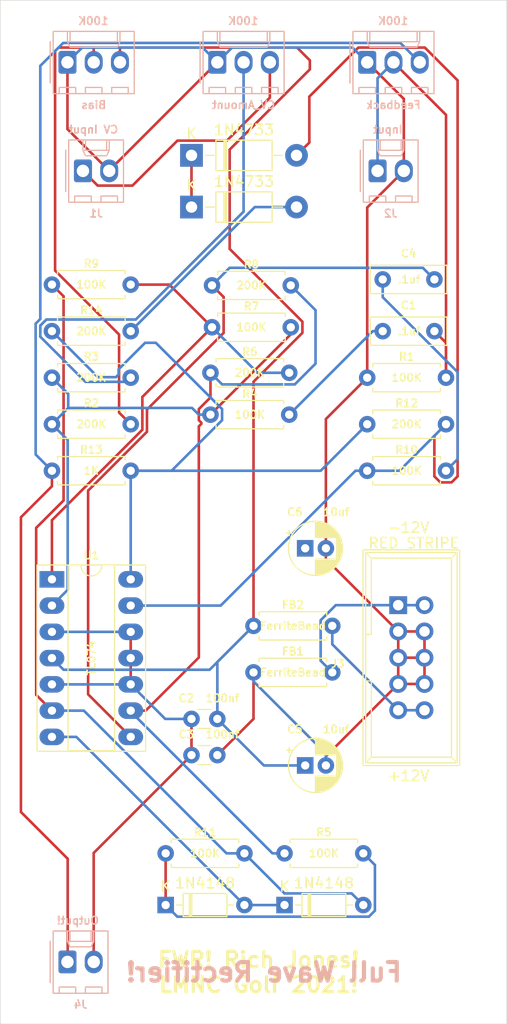
<source format=kicad_pcb>
(kicad_pcb (version 20171130) (host pcbnew "(5.1.8-0-10_14)")

  (general
    (thickness 1.6)
    (drawings 6)
    (tracks 217)
    (zones 0)
    (modules 36)
    (nets 23)
  )

  (page A4)
  (layers
    (0 F.Cu signal)
    (31 B.Cu signal)
    (32 B.Adhes user hide)
    (33 F.Adhes user hide)
    (34 B.Paste user)
    (35 F.Paste user hide)
    (36 B.SilkS user)
    (37 F.SilkS user)
    (38 B.Mask user)
    (39 F.Mask user)
    (40 Dwgs.User user hide)
    (41 Cmts.User user)
    (42 Eco1.User user hide)
    (43 Eco2.User user hide)
    (44 Edge.Cuts user)
    (45 Margin user hide)
    (46 B.CrtYd user hide)
    (47 F.CrtYd user hide)
    (48 B.Fab user)
    (49 F.Fab user hide)
  )

  (setup
    (last_trace_width 0.25)
    (trace_clearance 0.2)
    (zone_clearance 0.508)
    (zone_45_only no)
    (trace_min 0.2)
    (via_size 0.8)
    (via_drill 0.4)
    (via_min_size 0.4)
    (via_min_drill 0.3)
    (uvia_size 0.3)
    (uvia_drill 0.1)
    (uvias_allowed no)
    (uvia_min_size 0.2)
    (uvia_min_drill 0.1)
    (edge_width 0.05)
    (segment_width 0.2)
    (pcb_text_width 0.3)
    (pcb_text_size 1.5 1.5)
    (mod_edge_width 0.12)
    (mod_text_size 1 1)
    (mod_text_width 0.15)
    (pad_size 1.524 1.524)
    (pad_drill 0.762)
    (pad_to_mask_clearance 0)
    (aux_axis_origin 0 0)
    (visible_elements FFFFFF7F)
    (pcbplotparams
      (layerselection 0x010fc_ffffffff)
      (usegerberextensions false)
      (usegerberattributes true)
      (usegerberadvancedattributes true)
      (creategerberjobfile true)
      (excludeedgelayer true)
      (linewidth 0.100000)
      (plotframeref false)
      (viasonmask false)
      (mode 1)
      (useauxorigin false)
      (hpglpennumber 1)
      (hpglpenspeed 20)
      (hpglpendiameter 15.000000)
      (psnegative false)
      (psa4output false)
      (plotreference true)
      (plotvalue true)
      (plotinvisibletext false)
      (padsonsilk false)
      (subtractmaskfromsilk false)
      (outputformat 1)
      (mirror false)
      (drillshape 0)
      (scaleselection 1)
      (outputdirectory "gerbers/"))
  )

  (net 0 "")
  (net 1 +12V)
  (net 2 "Net-(Bias1-Pad2)")
  (net 3 -12V)
  (net 4 "Net-(C1-Pad2)")
  (net 5 "Net-(C1-Pad1)")
  (net 6 "Net-(C4-Pad1)")
  (net 7 "Net-(C4-Pad2)")
  (net 8 "Net-(CV_Amount1-Pad2)")
  (net 9 "Net-(CV_Amount1-Pad3)")
  (net 10 "Net-(D1-Pad1)")
  (net 11 "Net-(D1-Pad2)")
  (net 12 "Net-(D2-Pad1)")
  (net 13 "Net-(D3-Pad2)")
  (net 14 "Net-(D3-Pad1)")
  (net 15 "Net-(D4-Pad2)")
  (net 16 "Net-(FB1-Pad2)")
  (net 17 "Net-(FB2-Pad2)")
  (net 18 "Net-(Feedback1-Pad3)")
  (net 19 "Net-(R2-Pad1)")
  (net 20 "Net-(R5-Pad1)")
  (net 21 "Net-(R6-Pad2)")
  (net 22 "Net-(R12-Pad1)")

  (net_class Default "This is the default net class."
    (clearance 0.2)
    (trace_width 0.25)
    (via_dia 0.8)
    (via_drill 0.4)
    (uvia_dia 0.3)
    (uvia_drill 0.1)
    (add_net +12V)
    (add_net -12V)
    (add_net "Net-(Bias1-Pad2)")
    (add_net "Net-(C1-Pad1)")
    (add_net "Net-(C1-Pad2)")
    (add_net "Net-(C4-Pad1)")
    (add_net "Net-(C4-Pad2)")
    (add_net "Net-(CV_Amount1-Pad2)")
    (add_net "Net-(CV_Amount1-Pad3)")
    (add_net "Net-(D1-Pad1)")
    (add_net "Net-(D1-Pad2)")
    (add_net "Net-(D2-Pad1)")
    (add_net "Net-(D3-Pad1)")
    (add_net "Net-(D3-Pad2)")
    (add_net "Net-(D4-Pad2)")
    (add_net "Net-(FB1-Pad2)")
    (add_net "Net-(FB2-Pad2)")
    (add_net "Net-(Feedback1-Pad3)")
    (add_net "Net-(R12-Pad1)")
    (add_net "Net-(R2-Pad1)")
    (add_net "Net-(R5-Pad1)")
    (add_net "Net-(R6-Pad2)")
  )

  (module ao_tht:MountingHole_3.2mm_M3 (layer F.Cu) (tedit 5EEA26C6) (tstamp 60E4AFC6)
    (at 143.5 143)
    (descr "Mounting Hole 3.2mm, no annular, M3")
    (tags "mounting hole 3.2mm no annular m3")
    (path /611578CE)
    (attr virtual)
    (fp_text reference " " (at 0 -4.2) (layer F.SilkS) hide
      (effects (font (size 1 1) (thickness 0.15)))
    )
    (fp_text value MountingHole (at 0 4.2) (layer F.Fab)
      (effects (font (size 1 1) (thickness 0.15)))
    )
    (fp_circle (center 0 0) (end 3.2 0) (layer Cmts.User) (width 0.15))
    (fp_circle (center 0 0) (end 3.45 0) (layer F.CrtYd) (width 0.05))
    (fp_text user %R (at 0.3 0) (layer F.Fab)
      (effects (font (size 1 1) (thickness 0.15)))
    )
    (pad 1 np_thru_hole circle (at 0 0) (size 3.2 3.2) (drill 3.2) (layers *.Cu *.Mask))
  )

  (module ao_tht:Molex_KK-254_AE-6410-03A_1x03_P2.54mm_Vertical (layer B.Cu) (tedit 5EEA5408) (tstamp 60E4AD64)
    (at 106.5 56)
    (descr "Molex KK-254 Interconnect System, old/engineering part number: AE-6410-03A example for new part number: 22-27-2031, 3 Pins (http://www.molex.com/pdm_docs/sd/022272021_sd.pdf), generated with kicad-footprint-generator")
    (tags "connector Molex KK-254 side entry")
    (path /60E94F16)
    (fp_text reference Bias (at 2.54 4.12) (layer B.SilkS)
      (effects (font (size 0.75 0.75) (thickness 0.15)) (justify mirror))
    )
    (fp_text value 100K (at 2.54 -4.08) (layer B.Fab)
      (effects (font (size 1 1) (thickness 0.15)) (justify mirror))
    )
    (fp_line (start -1.27 2.92) (end -1.27 -2.88) (layer B.Fab) (width 0.1))
    (fp_line (start -1.27 -2.88) (end 6.35 -2.88) (layer B.Fab) (width 0.1))
    (fp_line (start 6.35 -2.88) (end 6.35 2.92) (layer B.Fab) (width 0.1))
    (fp_line (start 6.35 2.92) (end -1.27 2.92) (layer B.Fab) (width 0.1))
    (fp_line (start -1.38 3.03) (end -1.38 -2.99) (layer B.SilkS) (width 0.12))
    (fp_line (start -1.38 -2.99) (end 6.46 -2.99) (layer B.SilkS) (width 0.12))
    (fp_line (start 6.46 -2.99) (end 6.46 3.03) (layer B.SilkS) (width 0.12))
    (fp_line (start 6.46 3.03) (end -1.38 3.03) (layer B.SilkS) (width 0.12))
    (fp_line (start -1.67 2) (end -1.67 -2) (layer B.SilkS) (width 0.12))
    (fp_line (start -1.27 0.5) (end -0.562893 0) (layer B.Fab) (width 0.1))
    (fp_line (start -0.562893 0) (end -1.27 -0.5) (layer B.Fab) (width 0.1))
    (fp_line (start 0 -2.99) (end 0 -1.99) (layer B.SilkS) (width 0.12))
    (fp_line (start 0 -1.99) (end 5.08 -1.99) (layer B.SilkS) (width 0.12))
    (fp_line (start 5.08 -1.99) (end 5.08 -2.99) (layer B.SilkS) (width 0.12))
    (fp_line (start 0 -1.99) (end 0.25 -1.46) (layer B.SilkS) (width 0.12))
    (fp_line (start 0.25 -1.46) (end 4.83 -1.46) (layer B.SilkS) (width 0.12))
    (fp_line (start 4.83 -1.46) (end 5.08 -1.99) (layer B.SilkS) (width 0.12))
    (fp_line (start 0.25 -2.99) (end 0.25 -1.99) (layer B.SilkS) (width 0.12))
    (fp_line (start 4.83 -2.99) (end 4.83 -1.99) (layer B.SilkS) (width 0.12))
    (fp_line (start -0.8 3.03) (end -0.8 2.43) (layer B.SilkS) (width 0.12))
    (fp_line (start -0.8 2.43) (end 0.8 2.43) (layer B.SilkS) (width 0.12))
    (fp_line (start 0.8 2.43) (end 0.8 3.03) (layer B.SilkS) (width 0.12))
    (fp_line (start 1.74 3.03) (end 1.74 2.43) (layer B.SilkS) (width 0.12))
    (fp_line (start 1.74 2.43) (end 3.34 2.43) (layer B.SilkS) (width 0.12))
    (fp_line (start 3.34 2.43) (end 3.34 3.03) (layer B.SilkS) (width 0.12))
    (fp_line (start 4.28 3.03) (end 4.28 2.43) (layer B.SilkS) (width 0.12))
    (fp_line (start 4.28 2.43) (end 5.88 2.43) (layer B.SilkS) (width 0.12))
    (fp_line (start 5.88 2.43) (end 5.88 3.03) (layer B.SilkS) (width 0.12))
    (fp_line (start -1.77 3.42) (end -1.77 -3.38) (layer B.CrtYd) (width 0.05))
    (fp_line (start -1.77 -3.38) (end 6.85 -3.38) (layer B.CrtYd) (width 0.05))
    (fp_line (start 6.85 -3.38) (end 6.85 3.42) (layer B.CrtYd) (width 0.05))
    (fp_line (start 6.85 3.42) (end -1.77 3.42) (layer B.CrtYd) (width 0.05))
    (fp_text user 100K (at 2.5 -4) (layer B.SilkS)
      (effects (font (size 0.75 0.75) (thickness 0.15)) (justify mirror))
    )
    (fp_text user %R (at 2.54 2.22) (layer B.Fab)
      (effects (font (size 1 1) (thickness 0.15)) (justify mirror))
    )
    (pad 1 thru_hole roundrect (at 0 0) (size 1.74 2.2) (drill 1.2) (layers *.Cu *.Mask) (roundrect_rratio 0.1436775862068966)
      (net 3 -12V))
    (pad 2 thru_hole oval (at 2.54 0) (size 1.74 2.2) (drill 1.2) (layers *.Cu *.Mask)
      (net 2 "Net-(Bias1-Pad2)"))
    (pad 3 thru_hole oval (at 5.08 0) (size 1.74 2.2) (drill 1.2) (layers *.Cu *.Mask)
      (net 1 +12V))
    (model ${KISYS3DMOD}/Connector_Molex.3dshapes/Molex_KK-254_AE-6410-03A_1x03_P2.54mm_Vertical.wrl
      (at (xyz 0 0 0))
      (scale (xyz 1 1 1))
      (rotate (xyz 0 0 0))
    )
  )

  (module ao_tht:C_Rect_L7.2mm_W2.5mm_P5.00mm_FKS2_FKP2_MKS2_MKP2 (layer F.Cu) (tedit 5FE3661A) (tstamp 60E4AD78)
    (at 137 82)
    (descr "C, Rect series, Radial, pin pitch=5.00mm, , length*width=7.2*2.5mm^2, Capacitor, http://www.wima.com/EN/WIMA_FKS_2.pdf")
    (tags "C Rect series Radial pin pitch 5.00mm  length 7.2mm width 2.5mm Capacitor")
    (path /60E5A991)
    (fp_text reference C1 (at 2.5 -2.5) (layer F.SilkS)
      (effects (font (size 0.75 0.75) (thickness 0.15)))
    )
    (fp_text value .1uf (at 2.54 0) (layer F.Fab)
      (effects (font (size 1 1) (thickness 0.15)))
    )
    (fp_line (start -1.1 -1.25) (end -1.1 1.25) (layer F.Fab) (width 0.1))
    (fp_line (start -1.1 1.25) (end 6.1 1.25) (layer F.Fab) (width 0.1))
    (fp_line (start 6.1 1.25) (end 6.1 -1.25) (layer F.Fab) (width 0.1))
    (fp_line (start 6.1 -1.25) (end -1.1 -1.25) (layer F.Fab) (width 0.1))
    (fp_line (start -1.22 -1.37) (end 6.22 -1.37) (layer F.SilkS) (width 0.12))
    (fp_line (start -1.22 1.37) (end 6.22 1.37) (layer F.SilkS) (width 0.12))
    (fp_line (start -1.22 -1.37) (end -1.22 1.37) (layer F.SilkS) (width 0.12))
    (fp_line (start 6.22 -1.37) (end 6.22 1.37) (layer F.SilkS) (width 0.12))
    (fp_line (start -1.35 -1.5) (end -1.35 1.5) (layer F.CrtYd) (width 0.05))
    (fp_line (start -1.35 1.5) (end 6.35 1.5) (layer F.CrtYd) (width 0.05))
    (fp_line (start 6.35 1.5) (end 6.35 -1.5) (layer F.CrtYd) (width 0.05))
    (fp_line (start 6.35 -1.5) (end -1.35 -1.5) (layer F.CrtYd) (width 0.05))
    (fp_text user %R (at 2.5 0) (layer F.Fab)
      (effects (font (size 1 1) (thickness 0.15)))
    )
    (fp_text user %V (at 2.54 0) (layer F.SilkS)
      (effects (font (size 0.75 0.75) (thickness 0.15)))
    )
    (pad 2 thru_hole circle (at 5 0) (size 1.6 1.6) (drill 0.8) (layers *.Cu *.Mask)
      (net 4 "Net-(C1-Pad2)"))
    (pad 1 thru_hole circle (at 0 0) (size 1.6 1.6) (drill 0.8) (layers *.Cu *.Mask)
      (net 5 "Net-(C1-Pad1)"))
    (model ${KISYS3DMOD}/Capacitor_THT.3dshapes/C_Rect_L7.2mm_W2.5mm_P5.00mm_FKS2_FKP2_MKS2_MKP2.wrl
      (at (xyz 0 0 0))
      (scale (xyz 1 1 1))
      (rotate (xyz 0 0 0))
    )
  )

  (module ao_tht:C_Disc_D3.0mm_W1.6mm_P2.50mm (layer F.Cu) (tedit 5EEA28A1) (tstamp 60E4AD8A)
    (at 118.5 119.5)
    (descr "C, Disc series, Radial, pin pitch=2.50mm, , diameter*width=3.0*1.6mm^2, Capacitor, http://www.vishay.com/docs/45233/krseries.pdf")
    (tags "C Disc series Radial pin pitch 2.50mm  diameter 3.0mm width 1.6mm Capacitor")
    (path /60F415BA)
    (fp_text reference C2 (at -0.5 -2) (layer F.SilkS)
      (effects (font (size 0.75 0.75) (thickness 0.15)))
    )
    (fp_text value 100nf (at 1.25 2.05) (layer F.Fab)
      (effects (font (size 1 1) (thickness 0.15)))
    )
    (fp_line (start -0.25 -0.8) (end -0.25 0.8) (layer F.Fab) (width 0.1))
    (fp_line (start -0.25 0.8) (end 2.75 0.8) (layer F.Fab) (width 0.1))
    (fp_line (start 2.75 0.8) (end 2.75 -0.8) (layer F.Fab) (width 0.1))
    (fp_line (start 2.75 -0.8) (end -0.25 -0.8) (layer F.Fab) (width 0.1))
    (fp_line (start 0.621 -0.92) (end 1.879 -0.92) (layer F.SilkS) (width 0.12))
    (fp_line (start 0.621 0.92) (end 1.879 0.92) (layer F.SilkS) (width 0.12))
    (fp_line (start -1.05 -1.05) (end -1.05 1.05) (layer F.CrtYd) (width 0.05))
    (fp_line (start -1.05 1.05) (end 3.55 1.05) (layer F.CrtYd) (width 0.05))
    (fp_line (start 3.55 1.05) (end 3.55 -1.05) (layer F.CrtYd) (width 0.05))
    (fp_line (start 3.55 -1.05) (end -1.05 -1.05) (layer F.CrtYd) (width 0.05))
    (fp_text user %V (at 3 -2) (layer F.SilkS)
      (effects (font (size 0.75 0.75) (thickness 0.15)))
    )
    (fp_text user %R (at 1.25 0) (layer F.Fab)
      (effects (font (size 0.6 0.6) (thickness 0.09)))
    )
    (pad 1 thru_hole circle (at 0 0) (size 1.6 1.6) (drill 0.8) (layers *.Cu *.Mask)
      (net 3 -12V))
    (pad 2 thru_hole circle (at 2.5 0) (size 1.6 1.6) (drill 0.8) (layers *.Cu *.Mask)
      (net 1 +12V))
    (model ${KISYS3DMOD}/Capacitor_THT.3dshapes/C_Disc_D3.0mm_W1.6mm_P2.50mm.wrl
      (at (xyz 0 0 0))
      (scale (xyz 1 1 1))
      (rotate (xyz 0 0 0))
    )
  )

  (module ao_tht:C_Disc_D3.0mm_W1.6mm_P2.50mm (layer F.Cu) (tedit 5EEA28A1) (tstamp 60E4AD9C)
    (at 118.5 123)
    (descr "C, Disc series, Radial, pin pitch=2.50mm, , diameter*width=3.0*1.6mm^2, Capacitor, http://www.vishay.com/docs/45233/krseries.pdf")
    (tags "C Disc series Radial pin pitch 2.50mm  diameter 3.0mm width 1.6mm Capacitor")
    (path /60F46CDA)
    (fp_text reference C3 (at -0.5 -2) (layer F.SilkS)
      (effects (font (size 0.75 0.75) (thickness 0.15)))
    )
    (fp_text value 100nf (at 1.25 2.05) (layer F.Fab)
      (effects (font (size 1 1) (thickness 0.15)))
    )
    (fp_line (start 3.55 -1.05) (end -1.05 -1.05) (layer F.CrtYd) (width 0.05))
    (fp_line (start 3.55 1.05) (end 3.55 -1.05) (layer F.CrtYd) (width 0.05))
    (fp_line (start -1.05 1.05) (end 3.55 1.05) (layer F.CrtYd) (width 0.05))
    (fp_line (start -1.05 -1.05) (end -1.05 1.05) (layer F.CrtYd) (width 0.05))
    (fp_line (start 0.621 0.92) (end 1.879 0.92) (layer F.SilkS) (width 0.12))
    (fp_line (start 0.621 -0.92) (end 1.879 -0.92) (layer F.SilkS) (width 0.12))
    (fp_line (start 2.75 -0.8) (end -0.25 -0.8) (layer F.Fab) (width 0.1))
    (fp_line (start 2.75 0.8) (end 2.75 -0.8) (layer F.Fab) (width 0.1))
    (fp_line (start -0.25 0.8) (end 2.75 0.8) (layer F.Fab) (width 0.1))
    (fp_line (start -0.25 -0.8) (end -0.25 0.8) (layer F.Fab) (width 0.1))
    (fp_text user %R (at 1.25 0) (layer F.Fab)
      (effects (font (size 0.6 0.6) (thickness 0.09)))
    )
    (fp_text user %V (at 3 -2) (layer F.SilkS)
      (effects (font (size 0.75 0.75) (thickness 0.15)))
    )
    (pad 2 thru_hole circle (at 2.5 0) (size 1.6 1.6) (drill 0.8) (layers *.Cu *.Mask)
      (net 3 -12V))
    (pad 1 thru_hole circle (at 0 0) (size 1.6 1.6) (drill 0.8) (layers *.Cu *.Mask)
      (net 3 -12V))
    (model ${KISYS3DMOD}/Capacitor_THT.3dshapes/C_Disc_D3.0mm_W1.6mm_P2.50mm.wrl
      (at (xyz 0 0 0))
      (scale (xyz 1 1 1))
      (rotate (xyz 0 0 0))
    )
  )

  (module ao_tht:C_Rect_L7.2mm_W2.5mm_P5.00mm_FKS2_FKP2_MKS2_MKP2 (layer F.Cu) (tedit 5FE3661A) (tstamp 60E4ADB0)
    (at 137 77)
    (descr "C, Rect series, Radial, pin pitch=5.00mm, , length*width=7.2*2.5mm^2, Capacitor, http://www.wima.com/EN/WIMA_FKS_2.pdf")
    (tags "C Rect series Radial pin pitch 5.00mm  length 7.2mm width 2.5mm Capacitor")
    (path /60E669BC)
    (fp_text reference C4 (at 2.5 -2.5) (layer F.SilkS)
      (effects (font (size 0.75 0.75) (thickness 0.15)))
    )
    (fp_text value .1uf (at 2.54 0) (layer F.Fab)
      (effects (font (size 1 1) (thickness 0.15)))
    )
    (fp_line (start 6.35 -1.5) (end -1.35 -1.5) (layer F.CrtYd) (width 0.05))
    (fp_line (start 6.35 1.5) (end 6.35 -1.5) (layer F.CrtYd) (width 0.05))
    (fp_line (start -1.35 1.5) (end 6.35 1.5) (layer F.CrtYd) (width 0.05))
    (fp_line (start -1.35 -1.5) (end -1.35 1.5) (layer F.CrtYd) (width 0.05))
    (fp_line (start 6.22 -1.37) (end 6.22 1.37) (layer F.SilkS) (width 0.12))
    (fp_line (start -1.22 -1.37) (end -1.22 1.37) (layer F.SilkS) (width 0.12))
    (fp_line (start -1.22 1.37) (end 6.22 1.37) (layer F.SilkS) (width 0.12))
    (fp_line (start -1.22 -1.37) (end 6.22 -1.37) (layer F.SilkS) (width 0.12))
    (fp_line (start 6.1 -1.25) (end -1.1 -1.25) (layer F.Fab) (width 0.1))
    (fp_line (start 6.1 1.25) (end 6.1 -1.25) (layer F.Fab) (width 0.1))
    (fp_line (start -1.1 1.25) (end 6.1 1.25) (layer F.Fab) (width 0.1))
    (fp_line (start -1.1 -1.25) (end -1.1 1.25) (layer F.Fab) (width 0.1))
    (fp_text user %V (at 2.54 0) (layer F.SilkS)
      (effects (font (size 0.75 0.75) (thickness 0.15)))
    )
    (fp_text user %R (at 2.5 0) (layer F.Fab)
      (effects (font (size 1 1) (thickness 0.15)))
    )
    (pad 1 thru_hole circle (at 0 0) (size 1.6 1.6) (drill 0.8) (layers *.Cu *.Mask)
      (net 6 "Net-(C4-Pad1)"))
    (pad 2 thru_hole circle (at 5 0) (size 1.6 1.6) (drill 0.8) (layers *.Cu *.Mask)
      (net 7 "Net-(C4-Pad2)"))
    (model ${KISYS3DMOD}/Capacitor_THT.3dshapes/C_Rect_L7.2mm_W2.5mm_P5.00mm_FKS2_FKP2_MKS2_MKP2.wrl
      (at (xyz 0 0 0))
      (scale (xyz 1 1 1))
      (rotate (xyz 0 0 0))
    )
  )

  (module ao_tht:CP_Radial_D5.0mm_P2.00mm (layer F.Cu) (tedit 5EEA1F78) (tstamp 60E4AE34)
    (at 129.5 124)
    (descr "CP, Radial series, Radial, pin pitch=2.00mm, , diameter=5mm, Electrolytic Capacitor")
    (tags "CP Radial series Radial pin pitch 2.00mm  diameter 5mm Electrolytic Capacitor")
    (path /60F05829)
    (fp_text reference C5 (at -1 -3.5) (layer F.SilkS)
      (effects (font (size 0.75 0.75) (thickness 0.15)))
    )
    (fp_text value 10uf (at 1 3.75) (layer F.Fab)
      (effects (font (size 1 1) (thickness 0.15)))
    )
    (fp_line (start -1.554775 -1.725) (end -1.554775 -1.225) (layer F.SilkS) (width 0.12))
    (fp_line (start -1.804775 -1.475) (end -1.304775 -1.475) (layer F.SilkS) (width 0.12))
    (fp_line (start 3.601 -0.284) (end 3.601 0.284) (layer F.SilkS) (width 0.12))
    (fp_line (start 3.561 -0.518) (end 3.561 0.518) (layer F.SilkS) (width 0.12))
    (fp_line (start 3.521 -0.677) (end 3.521 0.677) (layer F.SilkS) (width 0.12))
    (fp_line (start 3.481 -0.805) (end 3.481 0.805) (layer F.SilkS) (width 0.12))
    (fp_line (start 3.441 -0.915) (end 3.441 0.915) (layer F.SilkS) (width 0.12))
    (fp_line (start 3.401 -1.011) (end 3.401 1.011) (layer F.SilkS) (width 0.12))
    (fp_line (start 3.361 -1.098) (end 3.361 1.098) (layer F.SilkS) (width 0.12))
    (fp_line (start 3.321 -1.178) (end 3.321 1.178) (layer F.SilkS) (width 0.12))
    (fp_line (start 3.281 -1.251) (end 3.281 1.251) (layer F.SilkS) (width 0.12))
    (fp_line (start 3.241 -1.319) (end 3.241 1.319) (layer F.SilkS) (width 0.12))
    (fp_line (start 3.201 -1.383) (end 3.201 1.383) (layer F.SilkS) (width 0.12))
    (fp_line (start 3.161 -1.443) (end 3.161 1.443) (layer F.SilkS) (width 0.12))
    (fp_line (start 3.121 -1.5) (end 3.121 1.5) (layer F.SilkS) (width 0.12))
    (fp_line (start 3.081 -1.554) (end 3.081 1.554) (layer F.SilkS) (width 0.12))
    (fp_line (start 3.041 -1.605) (end 3.041 1.605) (layer F.SilkS) (width 0.12))
    (fp_line (start 3.001 1.04) (end 3.001 1.653) (layer F.SilkS) (width 0.12))
    (fp_line (start 3.001 -1.653) (end 3.001 -1.04) (layer F.SilkS) (width 0.12))
    (fp_line (start 2.961 1.04) (end 2.961 1.699) (layer F.SilkS) (width 0.12))
    (fp_line (start 2.961 -1.699) (end 2.961 -1.04) (layer F.SilkS) (width 0.12))
    (fp_line (start 2.921 1.04) (end 2.921 1.743) (layer F.SilkS) (width 0.12))
    (fp_line (start 2.921 -1.743) (end 2.921 -1.04) (layer F.SilkS) (width 0.12))
    (fp_line (start 2.881 1.04) (end 2.881 1.785) (layer F.SilkS) (width 0.12))
    (fp_line (start 2.881 -1.785) (end 2.881 -1.04) (layer F.SilkS) (width 0.12))
    (fp_line (start 2.841 1.04) (end 2.841 1.826) (layer F.SilkS) (width 0.12))
    (fp_line (start 2.841 -1.826) (end 2.841 -1.04) (layer F.SilkS) (width 0.12))
    (fp_line (start 2.801 1.04) (end 2.801 1.864) (layer F.SilkS) (width 0.12))
    (fp_line (start 2.801 -1.864) (end 2.801 -1.04) (layer F.SilkS) (width 0.12))
    (fp_line (start 2.761 1.04) (end 2.761 1.901) (layer F.SilkS) (width 0.12))
    (fp_line (start 2.761 -1.901) (end 2.761 -1.04) (layer F.SilkS) (width 0.12))
    (fp_line (start 2.721 1.04) (end 2.721 1.937) (layer F.SilkS) (width 0.12))
    (fp_line (start 2.721 -1.937) (end 2.721 -1.04) (layer F.SilkS) (width 0.12))
    (fp_line (start 2.681 1.04) (end 2.681 1.971) (layer F.SilkS) (width 0.12))
    (fp_line (start 2.681 -1.971) (end 2.681 -1.04) (layer F.SilkS) (width 0.12))
    (fp_line (start 2.641 1.04) (end 2.641 2.004) (layer F.SilkS) (width 0.12))
    (fp_line (start 2.641 -2.004) (end 2.641 -1.04) (layer F.SilkS) (width 0.12))
    (fp_line (start 2.601 1.04) (end 2.601 2.035) (layer F.SilkS) (width 0.12))
    (fp_line (start 2.601 -2.035) (end 2.601 -1.04) (layer F.SilkS) (width 0.12))
    (fp_line (start 2.561 1.04) (end 2.561 2.065) (layer F.SilkS) (width 0.12))
    (fp_line (start 2.561 -2.065) (end 2.561 -1.04) (layer F.SilkS) (width 0.12))
    (fp_line (start 2.521 1.04) (end 2.521 2.095) (layer F.SilkS) (width 0.12))
    (fp_line (start 2.521 -2.095) (end 2.521 -1.04) (layer F.SilkS) (width 0.12))
    (fp_line (start 2.481 1.04) (end 2.481 2.122) (layer F.SilkS) (width 0.12))
    (fp_line (start 2.481 -2.122) (end 2.481 -1.04) (layer F.SilkS) (width 0.12))
    (fp_line (start 2.441 1.04) (end 2.441 2.149) (layer F.SilkS) (width 0.12))
    (fp_line (start 2.441 -2.149) (end 2.441 -1.04) (layer F.SilkS) (width 0.12))
    (fp_line (start 2.401 1.04) (end 2.401 2.175) (layer F.SilkS) (width 0.12))
    (fp_line (start 2.401 -2.175) (end 2.401 -1.04) (layer F.SilkS) (width 0.12))
    (fp_line (start 2.361 1.04) (end 2.361 2.2) (layer F.SilkS) (width 0.12))
    (fp_line (start 2.361 -2.2) (end 2.361 -1.04) (layer F.SilkS) (width 0.12))
    (fp_line (start 2.321 1.04) (end 2.321 2.224) (layer F.SilkS) (width 0.12))
    (fp_line (start 2.321 -2.224) (end 2.321 -1.04) (layer F.SilkS) (width 0.12))
    (fp_line (start 2.281 1.04) (end 2.281 2.247) (layer F.SilkS) (width 0.12))
    (fp_line (start 2.281 -2.247) (end 2.281 -1.04) (layer F.SilkS) (width 0.12))
    (fp_line (start 2.241 1.04) (end 2.241 2.268) (layer F.SilkS) (width 0.12))
    (fp_line (start 2.241 -2.268) (end 2.241 -1.04) (layer F.SilkS) (width 0.12))
    (fp_line (start 2.201 1.04) (end 2.201 2.29) (layer F.SilkS) (width 0.12))
    (fp_line (start 2.201 -2.29) (end 2.201 -1.04) (layer F.SilkS) (width 0.12))
    (fp_line (start 2.161 1.04) (end 2.161 2.31) (layer F.SilkS) (width 0.12))
    (fp_line (start 2.161 -2.31) (end 2.161 -1.04) (layer F.SilkS) (width 0.12))
    (fp_line (start 2.121 1.04) (end 2.121 2.329) (layer F.SilkS) (width 0.12))
    (fp_line (start 2.121 -2.329) (end 2.121 -1.04) (layer F.SilkS) (width 0.12))
    (fp_line (start 2.081 1.04) (end 2.081 2.348) (layer F.SilkS) (width 0.12))
    (fp_line (start 2.081 -2.348) (end 2.081 -1.04) (layer F.SilkS) (width 0.12))
    (fp_line (start 2.041 1.04) (end 2.041 2.365) (layer F.SilkS) (width 0.12))
    (fp_line (start 2.041 -2.365) (end 2.041 -1.04) (layer F.SilkS) (width 0.12))
    (fp_line (start 2.001 1.04) (end 2.001 2.382) (layer F.SilkS) (width 0.12))
    (fp_line (start 2.001 -2.382) (end 2.001 -1.04) (layer F.SilkS) (width 0.12))
    (fp_line (start 1.961 1.04) (end 1.961 2.398) (layer F.SilkS) (width 0.12))
    (fp_line (start 1.961 -2.398) (end 1.961 -1.04) (layer F.SilkS) (width 0.12))
    (fp_line (start 1.921 1.04) (end 1.921 2.414) (layer F.SilkS) (width 0.12))
    (fp_line (start 1.921 -2.414) (end 1.921 -1.04) (layer F.SilkS) (width 0.12))
    (fp_line (start 1.881 1.04) (end 1.881 2.428) (layer F.SilkS) (width 0.12))
    (fp_line (start 1.881 -2.428) (end 1.881 -1.04) (layer F.SilkS) (width 0.12))
    (fp_line (start 1.841 1.04) (end 1.841 2.442) (layer F.SilkS) (width 0.12))
    (fp_line (start 1.841 -2.442) (end 1.841 -1.04) (layer F.SilkS) (width 0.12))
    (fp_line (start 1.801 1.04) (end 1.801 2.455) (layer F.SilkS) (width 0.12))
    (fp_line (start 1.801 -2.455) (end 1.801 -1.04) (layer F.SilkS) (width 0.12))
    (fp_line (start 1.761 1.04) (end 1.761 2.468) (layer F.SilkS) (width 0.12))
    (fp_line (start 1.761 -2.468) (end 1.761 -1.04) (layer F.SilkS) (width 0.12))
    (fp_line (start 1.721 1.04) (end 1.721 2.48) (layer F.SilkS) (width 0.12))
    (fp_line (start 1.721 -2.48) (end 1.721 -1.04) (layer F.SilkS) (width 0.12))
    (fp_line (start 1.68 1.04) (end 1.68 2.491) (layer F.SilkS) (width 0.12))
    (fp_line (start 1.68 -2.491) (end 1.68 -1.04) (layer F.SilkS) (width 0.12))
    (fp_line (start 1.64 1.04) (end 1.64 2.501) (layer F.SilkS) (width 0.12))
    (fp_line (start 1.64 -2.501) (end 1.64 -1.04) (layer F.SilkS) (width 0.12))
    (fp_line (start 1.6 1.04) (end 1.6 2.511) (layer F.SilkS) (width 0.12))
    (fp_line (start 1.6 -2.511) (end 1.6 -1.04) (layer F.SilkS) (width 0.12))
    (fp_line (start 1.56 1.04) (end 1.56 2.52) (layer F.SilkS) (width 0.12))
    (fp_line (start 1.56 -2.52) (end 1.56 -1.04) (layer F.SilkS) (width 0.12))
    (fp_line (start 1.52 1.04) (end 1.52 2.528) (layer F.SilkS) (width 0.12))
    (fp_line (start 1.52 -2.528) (end 1.52 -1.04) (layer F.SilkS) (width 0.12))
    (fp_line (start 1.48 1.04) (end 1.48 2.536) (layer F.SilkS) (width 0.12))
    (fp_line (start 1.48 -2.536) (end 1.48 -1.04) (layer F.SilkS) (width 0.12))
    (fp_line (start 1.44 1.04) (end 1.44 2.543) (layer F.SilkS) (width 0.12))
    (fp_line (start 1.44 -2.543) (end 1.44 -1.04) (layer F.SilkS) (width 0.12))
    (fp_line (start 1.4 1.04) (end 1.4 2.55) (layer F.SilkS) (width 0.12))
    (fp_line (start 1.4 -2.55) (end 1.4 -1.04) (layer F.SilkS) (width 0.12))
    (fp_line (start 1.36 1.04) (end 1.36 2.556) (layer F.SilkS) (width 0.12))
    (fp_line (start 1.36 -2.556) (end 1.36 -1.04) (layer F.SilkS) (width 0.12))
    (fp_line (start 1.32 1.04) (end 1.32 2.561) (layer F.SilkS) (width 0.12))
    (fp_line (start 1.32 -2.561) (end 1.32 -1.04) (layer F.SilkS) (width 0.12))
    (fp_line (start 1.28 1.04) (end 1.28 2.565) (layer F.SilkS) (width 0.12))
    (fp_line (start 1.28 -2.565) (end 1.28 -1.04) (layer F.SilkS) (width 0.12))
    (fp_line (start 1.24 1.04) (end 1.24 2.569) (layer F.SilkS) (width 0.12))
    (fp_line (start 1.24 -2.569) (end 1.24 -1.04) (layer F.SilkS) (width 0.12))
    (fp_line (start 1.2 1.04) (end 1.2 2.573) (layer F.SilkS) (width 0.12))
    (fp_line (start 1.2 -2.573) (end 1.2 -1.04) (layer F.SilkS) (width 0.12))
    (fp_line (start 1.16 1.04) (end 1.16 2.576) (layer F.SilkS) (width 0.12))
    (fp_line (start 1.16 -2.576) (end 1.16 -1.04) (layer F.SilkS) (width 0.12))
    (fp_line (start 1.12 1.04) (end 1.12 2.578) (layer F.SilkS) (width 0.12))
    (fp_line (start 1.12 -2.578) (end 1.12 -1.04) (layer F.SilkS) (width 0.12))
    (fp_line (start 1.08 1.04) (end 1.08 2.579) (layer F.SilkS) (width 0.12))
    (fp_line (start 1.08 -2.579) (end 1.08 -1.04) (layer F.SilkS) (width 0.12))
    (fp_line (start 1.04 -2.58) (end 1.04 -1.04) (layer F.SilkS) (width 0.12))
    (fp_line (start 1.04 1.04) (end 1.04 2.58) (layer F.SilkS) (width 0.12))
    (fp_line (start 1 -2.58) (end 1 -1.04) (layer F.SilkS) (width 0.12))
    (fp_line (start 1 1.04) (end 1 2.58) (layer F.SilkS) (width 0.12))
    (fp_line (start -0.883605 -1.3375) (end -0.883605 -0.8375) (layer F.Fab) (width 0.1))
    (fp_line (start -1.133605 -1.0875) (end -0.633605 -1.0875) (layer F.Fab) (width 0.1))
    (fp_circle (center 1 0) (end 3.75 0) (layer F.CrtYd) (width 0.05))
    (fp_circle (center 1 0) (end 3.62 0) (layer F.SilkS) (width 0.12))
    (fp_circle (center 1 0) (end 3.5 0) (layer F.Fab) (width 0.1))
    (fp_text user %R (at 1 0) (layer F.Fab)
      (effects (font (size 1 1) (thickness 0.15)))
    )
    (fp_text user %V (at 3 -3.5) (layer F.SilkS)
      (effects (font (size 0.75 0.75) (thickness 0.15)))
    )
    (pad 2 thru_hole circle (at 2 0) (size 1.6 1.6) (drill 0.8) (layers *.Cu *.Mask)
      (net 3 -12V))
    (pad 1 thru_hole rect (at 0 0) (size 1.6 1.6) (drill 0.8) (layers *.Cu *.Mask)
      (net 1 +12V))
    (model ${KISYS3DMOD}/Capacitor_THT.3dshapes/CP_Radial_D5.0mm_P2.00mm.wrl
      (at (xyz 0 0 0))
      (scale (xyz 1 1 1))
      (rotate (xyz 0 0 0))
    )
  )

  (module ao_tht:CP_Radial_D5.0mm_P2.00mm (layer F.Cu) (tedit 5EEA1F78) (tstamp 60E4AEB8)
    (at 129.5 103)
    (descr "CP, Radial series, Radial, pin pitch=2.00mm, , diameter=5mm, Electrolytic Capacitor")
    (tags "CP Radial series Radial pin pitch 2.00mm  diameter 5mm Electrolytic Capacitor")
    (path /60F04170)
    (fp_text reference C6 (at -1 -3.5) (layer F.SilkS)
      (effects (font (size 0.75 0.75) (thickness 0.15)))
    )
    (fp_text value 10uf (at 1 3.75) (layer F.Fab)
      (effects (font (size 1 1) (thickness 0.15)))
    )
    (fp_circle (center 1 0) (end 3.5 0) (layer F.Fab) (width 0.1))
    (fp_circle (center 1 0) (end 3.62 0) (layer F.SilkS) (width 0.12))
    (fp_circle (center 1 0) (end 3.75 0) (layer F.CrtYd) (width 0.05))
    (fp_line (start -1.133605 -1.0875) (end -0.633605 -1.0875) (layer F.Fab) (width 0.1))
    (fp_line (start -0.883605 -1.3375) (end -0.883605 -0.8375) (layer F.Fab) (width 0.1))
    (fp_line (start 1 1.04) (end 1 2.58) (layer F.SilkS) (width 0.12))
    (fp_line (start 1 -2.58) (end 1 -1.04) (layer F.SilkS) (width 0.12))
    (fp_line (start 1.04 1.04) (end 1.04 2.58) (layer F.SilkS) (width 0.12))
    (fp_line (start 1.04 -2.58) (end 1.04 -1.04) (layer F.SilkS) (width 0.12))
    (fp_line (start 1.08 -2.579) (end 1.08 -1.04) (layer F.SilkS) (width 0.12))
    (fp_line (start 1.08 1.04) (end 1.08 2.579) (layer F.SilkS) (width 0.12))
    (fp_line (start 1.12 -2.578) (end 1.12 -1.04) (layer F.SilkS) (width 0.12))
    (fp_line (start 1.12 1.04) (end 1.12 2.578) (layer F.SilkS) (width 0.12))
    (fp_line (start 1.16 -2.576) (end 1.16 -1.04) (layer F.SilkS) (width 0.12))
    (fp_line (start 1.16 1.04) (end 1.16 2.576) (layer F.SilkS) (width 0.12))
    (fp_line (start 1.2 -2.573) (end 1.2 -1.04) (layer F.SilkS) (width 0.12))
    (fp_line (start 1.2 1.04) (end 1.2 2.573) (layer F.SilkS) (width 0.12))
    (fp_line (start 1.24 -2.569) (end 1.24 -1.04) (layer F.SilkS) (width 0.12))
    (fp_line (start 1.24 1.04) (end 1.24 2.569) (layer F.SilkS) (width 0.12))
    (fp_line (start 1.28 -2.565) (end 1.28 -1.04) (layer F.SilkS) (width 0.12))
    (fp_line (start 1.28 1.04) (end 1.28 2.565) (layer F.SilkS) (width 0.12))
    (fp_line (start 1.32 -2.561) (end 1.32 -1.04) (layer F.SilkS) (width 0.12))
    (fp_line (start 1.32 1.04) (end 1.32 2.561) (layer F.SilkS) (width 0.12))
    (fp_line (start 1.36 -2.556) (end 1.36 -1.04) (layer F.SilkS) (width 0.12))
    (fp_line (start 1.36 1.04) (end 1.36 2.556) (layer F.SilkS) (width 0.12))
    (fp_line (start 1.4 -2.55) (end 1.4 -1.04) (layer F.SilkS) (width 0.12))
    (fp_line (start 1.4 1.04) (end 1.4 2.55) (layer F.SilkS) (width 0.12))
    (fp_line (start 1.44 -2.543) (end 1.44 -1.04) (layer F.SilkS) (width 0.12))
    (fp_line (start 1.44 1.04) (end 1.44 2.543) (layer F.SilkS) (width 0.12))
    (fp_line (start 1.48 -2.536) (end 1.48 -1.04) (layer F.SilkS) (width 0.12))
    (fp_line (start 1.48 1.04) (end 1.48 2.536) (layer F.SilkS) (width 0.12))
    (fp_line (start 1.52 -2.528) (end 1.52 -1.04) (layer F.SilkS) (width 0.12))
    (fp_line (start 1.52 1.04) (end 1.52 2.528) (layer F.SilkS) (width 0.12))
    (fp_line (start 1.56 -2.52) (end 1.56 -1.04) (layer F.SilkS) (width 0.12))
    (fp_line (start 1.56 1.04) (end 1.56 2.52) (layer F.SilkS) (width 0.12))
    (fp_line (start 1.6 -2.511) (end 1.6 -1.04) (layer F.SilkS) (width 0.12))
    (fp_line (start 1.6 1.04) (end 1.6 2.511) (layer F.SilkS) (width 0.12))
    (fp_line (start 1.64 -2.501) (end 1.64 -1.04) (layer F.SilkS) (width 0.12))
    (fp_line (start 1.64 1.04) (end 1.64 2.501) (layer F.SilkS) (width 0.12))
    (fp_line (start 1.68 -2.491) (end 1.68 -1.04) (layer F.SilkS) (width 0.12))
    (fp_line (start 1.68 1.04) (end 1.68 2.491) (layer F.SilkS) (width 0.12))
    (fp_line (start 1.721 -2.48) (end 1.721 -1.04) (layer F.SilkS) (width 0.12))
    (fp_line (start 1.721 1.04) (end 1.721 2.48) (layer F.SilkS) (width 0.12))
    (fp_line (start 1.761 -2.468) (end 1.761 -1.04) (layer F.SilkS) (width 0.12))
    (fp_line (start 1.761 1.04) (end 1.761 2.468) (layer F.SilkS) (width 0.12))
    (fp_line (start 1.801 -2.455) (end 1.801 -1.04) (layer F.SilkS) (width 0.12))
    (fp_line (start 1.801 1.04) (end 1.801 2.455) (layer F.SilkS) (width 0.12))
    (fp_line (start 1.841 -2.442) (end 1.841 -1.04) (layer F.SilkS) (width 0.12))
    (fp_line (start 1.841 1.04) (end 1.841 2.442) (layer F.SilkS) (width 0.12))
    (fp_line (start 1.881 -2.428) (end 1.881 -1.04) (layer F.SilkS) (width 0.12))
    (fp_line (start 1.881 1.04) (end 1.881 2.428) (layer F.SilkS) (width 0.12))
    (fp_line (start 1.921 -2.414) (end 1.921 -1.04) (layer F.SilkS) (width 0.12))
    (fp_line (start 1.921 1.04) (end 1.921 2.414) (layer F.SilkS) (width 0.12))
    (fp_line (start 1.961 -2.398) (end 1.961 -1.04) (layer F.SilkS) (width 0.12))
    (fp_line (start 1.961 1.04) (end 1.961 2.398) (layer F.SilkS) (width 0.12))
    (fp_line (start 2.001 -2.382) (end 2.001 -1.04) (layer F.SilkS) (width 0.12))
    (fp_line (start 2.001 1.04) (end 2.001 2.382) (layer F.SilkS) (width 0.12))
    (fp_line (start 2.041 -2.365) (end 2.041 -1.04) (layer F.SilkS) (width 0.12))
    (fp_line (start 2.041 1.04) (end 2.041 2.365) (layer F.SilkS) (width 0.12))
    (fp_line (start 2.081 -2.348) (end 2.081 -1.04) (layer F.SilkS) (width 0.12))
    (fp_line (start 2.081 1.04) (end 2.081 2.348) (layer F.SilkS) (width 0.12))
    (fp_line (start 2.121 -2.329) (end 2.121 -1.04) (layer F.SilkS) (width 0.12))
    (fp_line (start 2.121 1.04) (end 2.121 2.329) (layer F.SilkS) (width 0.12))
    (fp_line (start 2.161 -2.31) (end 2.161 -1.04) (layer F.SilkS) (width 0.12))
    (fp_line (start 2.161 1.04) (end 2.161 2.31) (layer F.SilkS) (width 0.12))
    (fp_line (start 2.201 -2.29) (end 2.201 -1.04) (layer F.SilkS) (width 0.12))
    (fp_line (start 2.201 1.04) (end 2.201 2.29) (layer F.SilkS) (width 0.12))
    (fp_line (start 2.241 -2.268) (end 2.241 -1.04) (layer F.SilkS) (width 0.12))
    (fp_line (start 2.241 1.04) (end 2.241 2.268) (layer F.SilkS) (width 0.12))
    (fp_line (start 2.281 -2.247) (end 2.281 -1.04) (layer F.SilkS) (width 0.12))
    (fp_line (start 2.281 1.04) (end 2.281 2.247) (layer F.SilkS) (width 0.12))
    (fp_line (start 2.321 -2.224) (end 2.321 -1.04) (layer F.SilkS) (width 0.12))
    (fp_line (start 2.321 1.04) (end 2.321 2.224) (layer F.SilkS) (width 0.12))
    (fp_line (start 2.361 -2.2) (end 2.361 -1.04) (layer F.SilkS) (width 0.12))
    (fp_line (start 2.361 1.04) (end 2.361 2.2) (layer F.SilkS) (width 0.12))
    (fp_line (start 2.401 -2.175) (end 2.401 -1.04) (layer F.SilkS) (width 0.12))
    (fp_line (start 2.401 1.04) (end 2.401 2.175) (layer F.SilkS) (width 0.12))
    (fp_line (start 2.441 -2.149) (end 2.441 -1.04) (layer F.SilkS) (width 0.12))
    (fp_line (start 2.441 1.04) (end 2.441 2.149) (layer F.SilkS) (width 0.12))
    (fp_line (start 2.481 -2.122) (end 2.481 -1.04) (layer F.SilkS) (width 0.12))
    (fp_line (start 2.481 1.04) (end 2.481 2.122) (layer F.SilkS) (width 0.12))
    (fp_line (start 2.521 -2.095) (end 2.521 -1.04) (layer F.SilkS) (width 0.12))
    (fp_line (start 2.521 1.04) (end 2.521 2.095) (layer F.SilkS) (width 0.12))
    (fp_line (start 2.561 -2.065) (end 2.561 -1.04) (layer F.SilkS) (width 0.12))
    (fp_line (start 2.561 1.04) (end 2.561 2.065) (layer F.SilkS) (width 0.12))
    (fp_line (start 2.601 -2.035) (end 2.601 -1.04) (layer F.SilkS) (width 0.12))
    (fp_line (start 2.601 1.04) (end 2.601 2.035) (layer F.SilkS) (width 0.12))
    (fp_line (start 2.641 -2.004) (end 2.641 -1.04) (layer F.SilkS) (width 0.12))
    (fp_line (start 2.641 1.04) (end 2.641 2.004) (layer F.SilkS) (width 0.12))
    (fp_line (start 2.681 -1.971) (end 2.681 -1.04) (layer F.SilkS) (width 0.12))
    (fp_line (start 2.681 1.04) (end 2.681 1.971) (layer F.SilkS) (width 0.12))
    (fp_line (start 2.721 -1.937) (end 2.721 -1.04) (layer F.SilkS) (width 0.12))
    (fp_line (start 2.721 1.04) (end 2.721 1.937) (layer F.SilkS) (width 0.12))
    (fp_line (start 2.761 -1.901) (end 2.761 -1.04) (layer F.SilkS) (width 0.12))
    (fp_line (start 2.761 1.04) (end 2.761 1.901) (layer F.SilkS) (width 0.12))
    (fp_line (start 2.801 -1.864) (end 2.801 -1.04) (layer F.SilkS) (width 0.12))
    (fp_line (start 2.801 1.04) (end 2.801 1.864) (layer F.SilkS) (width 0.12))
    (fp_line (start 2.841 -1.826) (end 2.841 -1.04) (layer F.SilkS) (width 0.12))
    (fp_line (start 2.841 1.04) (end 2.841 1.826) (layer F.SilkS) (width 0.12))
    (fp_line (start 2.881 -1.785) (end 2.881 -1.04) (layer F.SilkS) (width 0.12))
    (fp_line (start 2.881 1.04) (end 2.881 1.785) (layer F.SilkS) (width 0.12))
    (fp_line (start 2.921 -1.743) (end 2.921 -1.04) (layer F.SilkS) (width 0.12))
    (fp_line (start 2.921 1.04) (end 2.921 1.743) (layer F.SilkS) (width 0.12))
    (fp_line (start 2.961 -1.699) (end 2.961 -1.04) (layer F.SilkS) (width 0.12))
    (fp_line (start 2.961 1.04) (end 2.961 1.699) (layer F.SilkS) (width 0.12))
    (fp_line (start 3.001 -1.653) (end 3.001 -1.04) (layer F.SilkS) (width 0.12))
    (fp_line (start 3.001 1.04) (end 3.001 1.653) (layer F.SilkS) (width 0.12))
    (fp_line (start 3.041 -1.605) (end 3.041 1.605) (layer F.SilkS) (width 0.12))
    (fp_line (start 3.081 -1.554) (end 3.081 1.554) (layer F.SilkS) (width 0.12))
    (fp_line (start 3.121 -1.5) (end 3.121 1.5) (layer F.SilkS) (width 0.12))
    (fp_line (start 3.161 -1.443) (end 3.161 1.443) (layer F.SilkS) (width 0.12))
    (fp_line (start 3.201 -1.383) (end 3.201 1.383) (layer F.SilkS) (width 0.12))
    (fp_line (start 3.241 -1.319) (end 3.241 1.319) (layer F.SilkS) (width 0.12))
    (fp_line (start 3.281 -1.251) (end 3.281 1.251) (layer F.SilkS) (width 0.12))
    (fp_line (start 3.321 -1.178) (end 3.321 1.178) (layer F.SilkS) (width 0.12))
    (fp_line (start 3.361 -1.098) (end 3.361 1.098) (layer F.SilkS) (width 0.12))
    (fp_line (start 3.401 -1.011) (end 3.401 1.011) (layer F.SilkS) (width 0.12))
    (fp_line (start 3.441 -0.915) (end 3.441 0.915) (layer F.SilkS) (width 0.12))
    (fp_line (start 3.481 -0.805) (end 3.481 0.805) (layer F.SilkS) (width 0.12))
    (fp_line (start 3.521 -0.677) (end 3.521 0.677) (layer F.SilkS) (width 0.12))
    (fp_line (start 3.561 -0.518) (end 3.561 0.518) (layer F.SilkS) (width 0.12))
    (fp_line (start 3.601 -0.284) (end 3.601 0.284) (layer F.SilkS) (width 0.12))
    (fp_line (start -1.804775 -1.475) (end -1.304775 -1.475) (layer F.SilkS) (width 0.12))
    (fp_line (start -1.554775 -1.725) (end -1.554775 -1.225) (layer F.SilkS) (width 0.12))
    (fp_text user %V (at 3 -3.5) (layer F.SilkS)
      (effects (font (size 0.75 0.75) (thickness 0.15)))
    )
    (fp_text user %R (at 1 0) (layer F.Fab)
      (effects (font (size 1 1) (thickness 0.15)))
    )
    (pad 1 thru_hole rect (at 0 0) (size 1.6 1.6) (drill 0.8) (layers *.Cu *.Mask)
      (net 3 -12V))
    (pad 2 thru_hole circle (at 2 0) (size 1.6 1.6) (drill 0.8) (layers *.Cu *.Mask)
      (net 3 -12V))
    (model ${KISYS3DMOD}/Capacitor_THT.3dshapes/CP_Radial_D5.0mm_P2.00mm.wrl
      (at (xyz 0 0 0))
      (scale (xyz 1 1 1))
      (rotate (xyz 0 0 0))
    )
  )

  (module ao_tht:Molex_KK-254_AE-6410-03A_1x03_P2.54mm_Vertical (layer B.Cu) (tedit 5EEA5408) (tstamp 60E4AEE1)
    (at 121 56)
    (descr "Molex KK-254 Interconnect System, old/engineering part number: AE-6410-03A example for new part number: 22-27-2031, 3 Pins (http://www.molex.com/pdm_docs/sd/022272021_sd.pdf), generated with kicad-footprint-generator")
    (tags "connector Molex KK-254 side entry")
    (path /60EA23B3)
    (fp_text reference CV_Amount (at 2.54 4.12) (layer B.SilkS)
      (effects (font (size 0.75 0.75) (thickness 0.15)) (justify mirror))
    )
    (fp_text value 100K (at 2.54 -4.08) (layer B.Fab)
      (effects (font (size 1 1) (thickness 0.15)) (justify mirror))
    )
    (fp_line (start 6.85 3.42) (end -1.77 3.42) (layer B.CrtYd) (width 0.05))
    (fp_line (start 6.85 -3.38) (end 6.85 3.42) (layer B.CrtYd) (width 0.05))
    (fp_line (start -1.77 -3.38) (end 6.85 -3.38) (layer B.CrtYd) (width 0.05))
    (fp_line (start -1.77 3.42) (end -1.77 -3.38) (layer B.CrtYd) (width 0.05))
    (fp_line (start 5.88 2.43) (end 5.88 3.03) (layer B.SilkS) (width 0.12))
    (fp_line (start 4.28 2.43) (end 5.88 2.43) (layer B.SilkS) (width 0.12))
    (fp_line (start 4.28 3.03) (end 4.28 2.43) (layer B.SilkS) (width 0.12))
    (fp_line (start 3.34 2.43) (end 3.34 3.03) (layer B.SilkS) (width 0.12))
    (fp_line (start 1.74 2.43) (end 3.34 2.43) (layer B.SilkS) (width 0.12))
    (fp_line (start 1.74 3.03) (end 1.74 2.43) (layer B.SilkS) (width 0.12))
    (fp_line (start 0.8 2.43) (end 0.8 3.03) (layer B.SilkS) (width 0.12))
    (fp_line (start -0.8 2.43) (end 0.8 2.43) (layer B.SilkS) (width 0.12))
    (fp_line (start -0.8 3.03) (end -0.8 2.43) (layer B.SilkS) (width 0.12))
    (fp_line (start 4.83 -2.99) (end 4.83 -1.99) (layer B.SilkS) (width 0.12))
    (fp_line (start 0.25 -2.99) (end 0.25 -1.99) (layer B.SilkS) (width 0.12))
    (fp_line (start 4.83 -1.46) (end 5.08 -1.99) (layer B.SilkS) (width 0.12))
    (fp_line (start 0.25 -1.46) (end 4.83 -1.46) (layer B.SilkS) (width 0.12))
    (fp_line (start 0 -1.99) (end 0.25 -1.46) (layer B.SilkS) (width 0.12))
    (fp_line (start 5.08 -1.99) (end 5.08 -2.99) (layer B.SilkS) (width 0.12))
    (fp_line (start 0 -1.99) (end 5.08 -1.99) (layer B.SilkS) (width 0.12))
    (fp_line (start 0 -2.99) (end 0 -1.99) (layer B.SilkS) (width 0.12))
    (fp_line (start -0.562893 0) (end -1.27 -0.5) (layer B.Fab) (width 0.1))
    (fp_line (start -1.27 0.5) (end -0.562893 0) (layer B.Fab) (width 0.1))
    (fp_line (start -1.67 2) (end -1.67 -2) (layer B.SilkS) (width 0.12))
    (fp_line (start 6.46 3.03) (end -1.38 3.03) (layer B.SilkS) (width 0.12))
    (fp_line (start 6.46 -2.99) (end 6.46 3.03) (layer B.SilkS) (width 0.12))
    (fp_line (start -1.38 -2.99) (end 6.46 -2.99) (layer B.SilkS) (width 0.12))
    (fp_line (start -1.38 3.03) (end -1.38 -2.99) (layer B.SilkS) (width 0.12))
    (fp_line (start 6.35 2.92) (end -1.27 2.92) (layer B.Fab) (width 0.1))
    (fp_line (start 6.35 -2.88) (end 6.35 2.92) (layer B.Fab) (width 0.1))
    (fp_line (start -1.27 -2.88) (end 6.35 -2.88) (layer B.Fab) (width 0.1))
    (fp_line (start -1.27 2.92) (end -1.27 -2.88) (layer B.Fab) (width 0.1))
    (fp_text user %R (at 2.54 2.22) (layer B.Fab)
      (effects (font (size 1 1) (thickness 0.15)) (justify mirror))
    )
    (fp_text user 100K (at 2.5 -4) (layer B.SilkS)
      (effects (font (size 0.75 0.75) (thickness 0.15)) (justify mirror))
    )
    (pad 3 thru_hole oval (at 5.08 0) (size 1.74 2.2) (drill 1.2) (layers *.Cu *.Mask)
      (net 9 "Net-(CV_Amount1-Pad3)"))
    (pad 2 thru_hole oval (at 2.54 0) (size 1.74 2.2) (drill 1.2) (layers *.Cu *.Mask)
      (net 8 "Net-(CV_Amount1-Pad2)"))
    (pad 1 thru_hole roundrect (at 0 0) (size 1.74 2.2) (drill 1.2) (layers *.Cu *.Mask) (roundrect_rratio 0.1436775862068966)
      (net 3 -12V))
    (model ${KISYS3DMOD}/Connector_Molex.3dshapes/Molex_KK-254_AE-6410-03A_1x03_P2.54mm_Vertical.wrl
      (at (xyz 0 0 0))
      (scale (xyz 1 1 1))
      (rotate (xyz 0 0 0))
    )
  )

  (module Diode_THT:D_DO-35_SOD27_P7.62mm_Horizontal (layer F.Cu) (tedit 5AE50CD5) (tstamp 60E4AF00)
    (at 127.5 137.5)
    (descr "Diode, DO-35_SOD27 series, Axial, Horizontal, pin pitch=7.62mm, , length*diameter=4*2mm^2, , http://www.diodes.com/_files/packages/DO-35.pdf")
    (tags "Diode DO-35_SOD27 series Axial Horizontal pin pitch 7.62mm  length 4mm diameter 2mm")
    (path /60E741E4)
    (fp_text reference 1N4148 (at 3.81 -2.12) (layer F.SilkS)
      (effects (font (size 1 1) (thickness 0.15)))
    )
    (fp_text value 1N4148 (at 3.81 2.12) (layer F.Fab)
      (effects (font (size 1 1) (thickness 0.15)))
    )
    (fp_line (start 1.81 -1) (end 1.81 1) (layer F.Fab) (width 0.1))
    (fp_line (start 1.81 1) (end 5.81 1) (layer F.Fab) (width 0.1))
    (fp_line (start 5.81 1) (end 5.81 -1) (layer F.Fab) (width 0.1))
    (fp_line (start 5.81 -1) (end 1.81 -1) (layer F.Fab) (width 0.1))
    (fp_line (start 0 0) (end 1.81 0) (layer F.Fab) (width 0.1))
    (fp_line (start 7.62 0) (end 5.81 0) (layer F.Fab) (width 0.1))
    (fp_line (start 2.41 -1) (end 2.41 1) (layer F.Fab) (width 0.1))
    (fp_line (start 2.51 -1) (end 2.51 1) (layer F.Fab) (width 0.1))
    (fp_line (start 2.31 -1) (end 2.31 1) (layer F.Fab) (width 0.1))
    (fp_line (start 1.69 -1.12) (end 1.69 1.12) (layer F.SilkS) (width 0.12))
    (fp_line (start 1.69 1.12) (end 5.93 1.12) (layer F.SilkS) (width 0.12))
    (fp_line (start 5.93 1.12) (end 5.93 -1.12) (layer F.SilkS) (width 0.12))
    (fp_line (start 5.93 -1.12) (end 1.69 -1.12) (layer F.SilkS) (width 0.12))
    (fp_line (start 1.04 0) (end 1.69 0) (layer F.SilkS) (width 0.12))
    (fp_line (start 6.58 0) (end 5.93 0) (layer F.SilkS) (width 0.12))
    (fp_line (start 2.41 -1.12) (end 2.41 1.12) (layer F.SilkS) (width 0.12))
    (fp_line (start 2.53 -1.12) (end 2.53 1.12) (layer F.SilkS) (width 0.12))
    (fp_line (start 2.29 -1.12) (end 2.29 1.12) (layer F.SilkS) (width 0.12))
    (fp_line (start -1.05 -1.25) (end -1.05 1.25) (layer F.CrtYd) (width 0.05))
    (fp_line (start -1.05 1.25) (end 8.67 1.25) (layer F.CrtYd) (width 0.05))
    (fp_line (start 8.67 1.25) (end 8.67 -1.25) (layer F.CrtYd) (width 0.05))
    (fp_line (start 8.67 -1.25) (end -1.05 -1.25) (layer F.CrtYd) (width 0.05))
    (fp_text user %R (at 4.11 0) (layer F.Fab)
      (effects (font (size 0.8 0.8) (thickness 0.12)))
    )
    (fp_text user K (at 0 -1.8) (layer F.Fab)
      (effects (font (size 1 1) (thickness 0.15)))
    )
    (fp_text user K (at 0 -1.8) (layer F.SilkS)
      (effects (font (size 1 1) (thickness 0.15)))
    )
    (pad 1 thru_hole rect (at 0 0) (size 1.6 1.6) (drill 0.8) (layers *.Cu *.Mask)
      (net 10 "Net-(D1-Pad1)"))
    (pad 2 thru_hole oval (at 7.62 0) (size 1.6 1.6) (drill 0.8) (layers *.Cu *.Mask)
      (net 11 "Net-(D1-Pad2)"))
    (model ${KISYS3DMOD}/Diode_THT.3dshapes/D_DO-35_SOD27_P7.62mm_Horizontal.wrl
      (at (xyz 0 0 0))
      (scale (xyz 1 1 1))
      (rotate (xyz 0 0 0))
    )
  )

  (module Diode_THT:D_DO-35_SOD27_P7.62mm_Horizontal (layer F.Cu) (tedit 5AE50CD5) (tstamp 60E4AF1F)
    (at 116 137.5)
    (descr "Diode, DO-35_SOD27 series, Axial, Horizontal, pin pitch=7.62mm, , length*diameter=4*2mm^2, , http://www.diodes.com/_files/packages/DO-35.pdf")
    (tags "Diode DO-35_SOD27 series Axial Horizontal pin pitch 7.62mm  length 4mm diameter 2mm")
    (path /60E6E990)
    (fp_text reference 1N4148 (at 3.81 -2.12) (layer F.SilkS)
      (effects (font (size 1 1) (thickness 0.15)))
    )
    (fp_text value 1N4148 (at 3.81 2.12) (layer F.Fab)
      (effects (font (size 1 1) (thickness 0.15)))
    )
    (fp_line (start 8.67 -1.25) (end -1.05 -1.25) (layer F.CrtYd) (width 0.05))
    (fp_line (start 8.67 1.25) (end 8.67 -1.25) (layer F.CrtYd) (width 0.05))
    (fp_line (start -1.05 1.25) (end 8.67 1.25) (layer F.CrtYd) (width 0.05))
    (fp_line (start -1.05 -1.25) (end -1.05 1.25) (layer F.CrtYd) (width 0.05))
    (fp_line (start 2.29 -1.12) (end 2.29 1.12) (layer F.SilkS) (width 0.12))
    (fp_line (start 2.53 -1.12) (end 2.53 1.12) (layer F.SilkS) (width 0.12))
    (fp_line (start 2.41 -1.12) (end 2.41 1.12) (layer F.SilkS) (width 0.12))
    (fp_line (start 6.58 0) (end 5.93 0) (layer F.SilkS) (width 0.12))
    (fp_line (start 1.04 0) (end 1.69 0) (layer F.SilkS) (width 0.12))
    (fp_line (start 5.93 -1.12) (end 1.69 -1.12) (layer F.SilkS) (width 0.12))
    (fp_line (start 5.93 1.12) (end 5.93 -1.12) (layer F.SilkS) (width 0.12))
    (fp_line (start 1.69 1.12) (end 5.93 1.12) (layer F.SilkS) (width 0.12))
    (fp_line (start 1.69 -1.12) (end 1.69 1.12) (layer F.SilkS) (width 0.12))
    (fp_line (start 2.31 -1) (end 2.31 1) (layer F.Fab) (width 0.1))
    (fp_line (start 2.51 -1) (end 2.51 1) (layer F.Fab) (width 0.1))
    (fp_line (start 2.41 -1) (end 2.41 1) (layer F.Fab) (width 0.1))
    (fp_line (start 7.62 0) (end 5.81 0) (layer F.Fab) (width 0.1))
    (fp_line (start 0 0) (end 1.81 0) (layer F.Fab) (width 0.1))
    (fp_line (start 5.81 -1) (end 1.81 -1) (layer F.Fab) (width 0.1))
    (fp_line (start 5.81 1) (end 5.81 -1) (layer F.Fab) (width 0.1))
    (fp_line (start 1.81 1) (end 5.81 1) (layer F.Fab) (width 0.1))
    (fp_line (start 1.81 -1) (end 1.81 1) (layer F.Fab) (width 0.1))
    (fp_text user K (at 0 -1.8) (layer F.SilkS)
      (effects (font (size 1 1) (thickness 0.15)))
    )
    (fp_text user K (at 0 -1.8) (layer F.Fab)
      (effects (font (size 1 1) (thickness 0.15)))
    )
    (fp_text user %R (at 4.11 0) (layer F.Fab)
      (effects (font (size 0.8 0.8) (thickness 0.12)))
    )
    (pad 2 thru_hole oval (at 7.62 0) (size 1.6 1.6) (drill 0.8) (layers *.Cu *.Mask)
      (net 10 "Net-(D1-Pad1)"))
    (pad 1 thru_hole rect (at 0 0) (size 1.6 1.6) (drill 0.8) (layers *.Cu *.Mask)
      (net 12 "Net-(D2-Pad1)"))
    (model ${KISYS3DMOD}/Diode_THT.3dshapes/D_DO-35_SOD27_P7.62mm_Horizontal.wrl
      (at (xyz 0 0 0))
      (scale (xyz 1 1 1))
      (rotate (xyz 0 0 0))
    )
  )

  (module Diode_THT:D_DO-41_SOD81_P10.16mm_Horizontal (layer F.Cu) (tedit 5AE50CD5) (tstamp 60E4AF3E)
    (at 118.5 65)
    (descr "Diode, DO-41_SOD81 series, Axial, Horizontal, pin pitch=10.16mm, , length*diameter=5.2*2.7mm^2, , http://www.diodes.com/_files/packages/DO-41%20(Plastic).pdf")
    (tags "Diode DO-41_SOD81 series Axial Horizontal pin pitch 10.16mm  length 5.2mm diameter 2.7mm")
    (path /60E873A8)
    (fp_text reference 1N4733 (at 5.08 -2.47) (layer F.SilkS)
      (effects (font (size 1 1) (thickness 0.15)))
    )
    (fp_text value 1N4733 (at 5.08 2.47) (layer F.Fab)
      (effects (font (size 1 1) (thickness 0.15)))
    )
    (fp_line (start 11.51 -1.6) (end -1.35 -1.6) (layer F.CrtYd) (width 0.05))
    (fp_line (start 11.51 1.6) (end 11.51 -1.6) (layer F.CrtYd) (width 0.05))
    (fp_line (start -1.35 1.6) (end 11.51 1.6) (layer F.CrtYd) (width 0.05))
    (fp_line (start -1.35 -1.6) (end -1.35 1.6) (layer F.CrtYd) (width 0.05))
    (fp_line (start 3.14 -1.47) (end 3.14 1.47) (layer F.SilkS) (width 0.12))
    (fp_line (start 3.38 -1.47) (end 3.38 1.47) (layer F.SilkS) (width 0.12))
    (fp_line (start 3.26 -1.47) (end 3.26 1.47) (layer F.SilkS) (width 0.12))
    (fp_line (start 8.82 0) (end 7.8 0) (layer F.SilkS) (width 0.12))
    (fp_line (start 1.34 0) (end 2.36 0) (layer F.SilkS) (width 0.12))
    (fp_line (start 7.8 -1.47) (end 2.36 -1.47) (layer F.SilkS) (width 0.12))
    (fp_line (start 7.8 1.47) (end 7.8 -1.47) (layer F.SilkS) (width 0.12))
    (fp_line (start 2.36 1.47) (end 7.8 1.47) (layer F.SilkS) (width 0.12))
    (fp_line (start 2.36 -1.47) (end 2.36 1.47) (layer F.SilkS) (width 0.12))
    (fp_line (start 3.16 -1.35) (end 3.16 1.35) (layer F.Fab) (width 0.1))
    (fp_line (start 3.36 -1.35) (end 3.36 1.35) (layer F.Fab) (width 0.1))
    (fp_line (start 3.26 -1.35) (end 3.26 1.35) (layer F.Fab) (width 0.1))
    (fp_line (start 10.16 0) (end 7.68 0) (layer F.Fab) (width 0.1))
    (fp_line (start 0 0) (end 2.48 0) (layer F.Fab) (width 0.1))
    (fp_line (start 7.68 -1.35) (end 2.48 -1.35) (layer F.Fab) (width 0.1))
    (fp_line (start 7.68 1.35) (end 7.68 -1.35) (layer F.Fab) (width 0.1))
    (fp_line (start 2.48 1.35) (end 7.68 1.35) (layer F.Fab) (width 0.1))
    (fp_line (start 2.48 -1.35) (end 2.48 1.35) (layer F.Fab) (width 0.1))
    (fp_text user K (at 0 -2.1) (layer F.SilkS)
      (effects (font (size 1 1) (thickness 0.15)))
    )
    (fp_text user K (at 0 -2.1) (layer F.Fab)
      (effects (font (size 1 1) (thickness 0.15)))
    )
    (fp_text user %R (at 5.47 0) (layer F.Fab)
      (effects (font (size 1 1) (thickness 0.15)))
    )
    (pad 2 thru_hole oval (at 10.16 0) (size 2.2 2.2) (drill 1.1) (layers *.Cu *.Mask)
      (net 13 "Net-(D3-Pad2)"))
    (pad 1 thru_hole rect (at 0 0) (size 2.2 2.2) (drill 1.1) (layers *.Cu *.Mask)
      (net 14 "Net-(D3-Pad1)"))
    (model ${KISYS3DMOD}/Diode_THT.3dshapes/D_DO-41_SOD81_P10.16mm_Horizontal.wrl
      (at (xyz 0 0 0))
      (scale (xyz 1 1 1))
      (rotate (xyz 0 0 0))
    )
  )

  (module Diode_THT:D_DO-41_SOD81_P10.16mm_Horizontal (layer F.Cu) (tedit 5AE50CD5) (tstamp 60E4AF5D)
    (at 118.5 70)
    (descr "Diode, DO-41_SOD81 series, Axial, Horizontal, pin pitch=10.16mm, , length*diameter=5.2*2.7mm^2, , http://www.diodes.com/_files/packages/DO-41%20(Plastic).pdf")
    (tags "Diode DO-41_SOD81 series Axial Horizontal pin pitch 10.16mm  length 5.2mm diameter 2.7mm")
    (path /60E8574A)
    (fp_text reference 1N4733 (at 5.08 -2.47) (layer F.SilkS)
      (effects (font (size 1 1) (thickness 0.15)))
    )
    (fp_text value 1N4733 (at 5.08 2.47) (layer F.Fab)
      (effects (font (size 1 1) (thickness 0.15)))
    )
    (fp_line (start 2.48 -1.35) (end 2.48 1.35) (layer F.Fab) (width 0.1))
    (fp_line (start 2.48 1.35) (end 7.68 1.35) (layer F.Fab) (width 0.1))
    (fp_line (start 7.68 1.35) (end 7.68 -1.35) (layer F.Fab) (width 0.1))
    (fp_line (start 7.68 -1.35) (end 2.48 -1.35) (layer F.Fab) (width 0.1))
    (fp_line (start 0 0) (end 2.48 0) (layer F.Fab) (width 0.1))
    (fp_line (start 10.16 0) (end 7.68 0) (layer F.Fab) (width 0.1))
    (fp_line (start 3.26 -1.35) (end 3.26 1.35) (layer F.Fab) (width 0.1))
    (fp_line (start 3.36 -1.35) (end 3.36 1.35) (layer F.Fab) (width 0.1))
    (fp_line (start 3.16 -1.35) (end 3.16 1.35) (layer F.Fab) (width 0.1))
    (fp_line (start 2.36 -1.47) (end 2.36 1.47) (layer F.SilkS) (width 0.12))
    (fp_line (start 2.36 1.47) (end 7.8 1.47) (layer F.SilkS) (width 0.12))
    (fp_line (start 7.8 1.47) (end 7.8 -1.47) (layer F.SilkS) (width 0.12))
    (fp_line (start 7.8 -1.47) (end 2.36 -1.47) (layer F.SilkS) (width 0.12))
    (fp_line (start 1.34 0) (end 2.36 0) (layer F.SilkS) (width 0.12))
    (fp_line (start 8.82 0) (end 7.8 0) (layer F.SilkS) (width 0.12))
    (fp_line (start 3.26 -1.47) (end 3.26 1.47) (layer F.SilkS) (width 0.12))
    (fp_line (start 3.38 -1.47) (end 3.38 1.47) (layer F.SilkS) (width 0.12))
    (fp_line (start 3.14 -1.47) (end 3.14 1.47) (layer F.SilkS) (width 0.12))
    (fp_line (start -1.35 -1.6) (end -1.35 1.6) (layer F.CrtYd) (width 0.05))
    (fp_line (start -1.35 1.6) (end 11.51 1.6) (layer F.CrtYd) (width 0.05))
    (fp_line (start 11.51 1.6) (end 11.51 -1.6) (layer F.CrtYd) (width 0.05))
    (fp_line (start 11.51 -1.6) (end -1.35 -1.6) (layer F.CrtYd) (width 0.05))
    (fp_text user %R (at 5.47 0) (layer F.Fab)
      (effects (font (size 1 1) (thickness 0.15)))
    )
    (fp_text user K (at 0 -2.1) (layer F.Fab)
      (effects (font (size 1 1) (thickness 0.15)))
    )
    (fp_text user K (at 0 -2.1) (layer F.SilkS)
      (effects (font (size 1 1) (thickness 0.15)))
    )
    (pad 1 thru_hole rect (at 0 0) (size 2.2 2.2) (drill 1.1) (layers *.Cu *.Mask)
      (net 14 "Net-(D3-Pad1)"))
    (pad 2 thru_hole oval (at 10.16 0) (size 2.2 2.2) (drill 1.1) (layers *.Cu *.Mask)
      (net 15 "Net-(D4-Pad2)"))
    (model ${KISYS3DMOD}/Diode_THT.3dshapes/D_DO-41_SOD81_P10.16mm_Horizontal.wrl
      (at (xyz 0 0 0))
      (scale (xyz 1 1 1))
      (rotate (xyz 0 0 0))
    )
  )

  (module ao_tht:R_Axial_DIN0207_L6.3mm_D2.5mm_P7.62mm_Horizontal (layer F.Cu) (tedit 5FE36791) (tstamp 60E4AF75)
    (at 124.5 115)
    (descr "Resistor, Axial_DIN0207 series, Axial, Horizontal, pin pitch=7.62mm, 0.25W = 1/4W, length*diameter=6.3*2.5mm^2, http://cdn-reichelt.de/documents/datenblatt/B400/1_4W%23YAG.pdf")
    (tags "Resistor Axial_DIN0207 series Axial Horizontal pin pitch 7.62mm 0.25W = 1/4W length 6.3mm diameter 2.5mm")
    (path /60EF8676)
    (fp_text reference FB1 (at 3.81 -2.032) (layer F.SilkS)
      (effects (font (size 0.75 0.75) (thickness 0.15)))
    )
    (fp_text value FerriteBead (at 3.81 0) (layer F.SilkS)
      (effects (font (size 0.75 0.75) (thickness 0.15)))
    )
    (fp_line (start 8.67 -1.5) (end -1.05 -1.5) (layer F.CrtYd) (width 0.05))
    (fp_line (start 8.67 1.5) (end 8.67 -1.5) (layer F.CrtYd) (width 0.05))
    (fp_line (start -1.05 1.5) (end 8.67 1.5) (layer F.CrtYd) (width 0.05))
    (fp_line (start -1.05 -1.5) (end -1.05 1.5) (layer F.CrtYd) (width 0.05))
    (fp_line (start 7.08 1.37) (end 7.08 1.04) (layer F.SilkS) (width 0.12))
    (fp_line (start 0.54 1.37) (end 7.08 1.37) (layer F.SilkS) (width 0.12))
    (fp_line (start 0.54 1.04) (end 0.54 1.37) (layer F.SilkS) (width 0.12))
    (fp_line (start 7.08 -1.37) (end 7.08 -1.04) (layer F.SilkS) (width 0.12))
    (fp_line (start 0.54 -1.37) (end 7.08 -1.37) (layer F.SilkS) (width 0.12))
    (fp_line (start 0.54 -1.04) (end 0.54 -1.37) (layer F.SilkS) (width 0.12))
    (fp_line (start 7.62 0) (end 6.96 0) (layer F.Fab) (width 0.1))
    (fp_line (start 0 0) (end 0.66 0) (layer F.Fab) (width 0.1))
    (fp_line (start 6.96 -1.25) (end 0.66 -1.25) (layer F.Fab) (width 0.1))
    (fp_line (start 6.96 1.25) (end 6.96 -1.25) (layer F.Fab) (width 0.1))
    (fp_line (start 0.66 1.25) (end 6.96 1.25) (layer F.Fab) (width 0.1))
    (fp_line (start 0.66 -1.25) (end 0.66 1.25) (layer F.Fab) (width 0.1))
    (fp_text user %V (at 4 0) (layer F.Fab)
      (effects (font (size 1 1) (thickness 0.15)))
    )
    (fp_text user %R (at 3.81 2.5) (layer F.Fab)
      (effects (font (size 1 1) (thickness 0.15)))
    )
    (pad 1 thru_hole circle (at 0 0) (size 1.6 1.6) (drill 0.8) (layers *.Cu *.Mask)
      (net 3 -12V))
    (pad 2 thru_hole oval (at 7.62 0) (size 1.6 1.6) (drill 0.8) (layers *.Cu *.Mask)
      (net 16 "Net-(FB1-Pad2)"))
    (model ${KISYS3DMOD}/Resistor_THT.3dshapes/R_Axial_DIN0207_L6.3mm_D2.5mm_P7.62mm_Horizontal.wrl
      (at (xyz 0 0 0))
      (scale (xyz 1 1 1))
      (rotate (xyz 0 0 0))
    )
  )

  (module ao_tht:R_Axial_DIN0207_L6.3mm_D2.5mm_P7.62mm_Horizontal (layer F.Cu) (tedit 5FE36791) (tstamp 60E4AF8D)
    (at 124.5 110.5)
    (descr "Resistor, Axial_DIN0207 series, Axial, Horizontal, pin pitch=7.62mm, 0.25W = 1/4W, length*diameter=6.3*2.5mm^2, http://cdn-reichelt.de/documents/datenblatt/B400/1_4W%23YAG.pdf")
    (tags "Resistor Axial_DIN0207 series Axial Horizontal pin pitch 7.62mm 0.25W = 1/4W length 6.3mm diameter 2.5mm")
    (path /60EF236A)
    (fp_text reference FB2 (at 3.81 -2.032) (layer F.SilkS)
      (effects (font (size 0.75 0.75) (thickness 0.15)))
    )
    (fp_text value FerriteBead (at 3.81 0) (layer F.SilkS)
      (effects (font (size 0.75 0.75) (thickness 0.15)))
    )
    (fp_line (start 0.66 -1.25) (end 0.66 1.25) (layer F.Fab) (width 0.1))
    (fp_line (start 0.66 1.25) (end 6.96 1.25) (layer F.Fab) (width 0.1))
    (fp_line (start 6.96 1.25) (end 6.96 -1.25) (layer F.Fab) (width 0.1))
    (fp_line (start 6.96 -1.25) (end 0.66 -1.25) (layer F.Fab) (width 0.1))
    (fp_line (start 0 0) (end 0.66 0) (layer F.Fab) (width 0.1))
    (fp_line (start 7.62 0) (end 6.96 0) (layer F.Fab) (width 0.1))
    (fp_line (start 0.54 -1.04) (end 0.54 -1.37) (layer F.SilkS) (width 0.12))
    (fp_line (start 0.54 -1.37) (end 7.08 -1.37) (layer F.SilkS) (width 0.12))
    (fp_line (start 7.08 -1.37) (end 7.08 -1.04) (layer F.SilkS) (width 0.12))
    (fp_line (start 0.54 1.04) (end 0.54 1.37) (layer F.SilkS) (width 0.12))
    (fp_line (start 0.54 1.37) (end 7.08 1.37) (layer F.SilkS) (width 0.12))
    (fp_line (start 7.08 1.37) (end 7.08 1.04) (layer F.SilkS) (width 0.12))
    (fp_line (start -1.05 -1.5) (end -1.05 1.5) (layer F.CrtYd) (width 0.05))
    (fp_line (start -1.05 1.5) (end 8.67 1.5) (layer F.CrtYd) (width 0.05))
    (fp_line (start 8.67 1.5) (end 8.67 -1.5) (layer F.CrtYd) (width 0.05))
    (fp_line (start 8.67 -1.5) (end -1.05 -1.5) (layer F.CrtYd) (width 0.05))
    (fp_text user %R (at 3.81 2.5) (layer F.Fab)
      (effects (font (size 1 1) (thickness 0.15)))
    )
    (fp_text user %V (at 4 0) (layer F.Fab)
      (effects (font (size 1 1) (thickness 0.15)))
    )
    (pad 2 thru_hole oval (at 7.62 0) (size 1.6 1.6) (drill 0.8) (layers *.Cu *.Mask)
      (net 17 "Net-(FB2-Pad2)"))
    (pad 1 thru_hole circle (at 0 0) (size 1.6 1.6) (drill 0.8) (layers *.Cu *.Mask)
      (net 1 +12V))
    (model ${KISYS3DMOD}/Resistor_THT.3dshapes/R_Axial_DIN0207_L6.3mm_D2.5mm_P7.62mm_Horizontal.wrl
      (at (xyz 0 0 0))
      (scale (xyz 1 1 1))
      (rotate (xyz 0 0 0))
    )
  )

  (module ao_tht:Molex_KK-254_AE-6410-03A_1x03_P2.54mm_Vertical (layer B.Cu) (tedit 5EEA5408) (tstamp 60E4AFB6)
    (at 135.5 56)
    (descr "Molex KK-254 Interconnect System, old/engineering part number: AE-6410-03A example for new part number: 22-27-2031, 3 Pins (http://www.molex.com/pdm_docs/sd/022272021_sd.pdf), generated with kicad-footprint-generator")
    (tags "connector Molex KK-254 side entry")
    (path /60EB2357)
    (fp_text reference Feedback (at 2.54 4.12) (layer B.SilkS)
      (effects (font (size 0.75 0.75) (thickness 0.15)) (justify mirror))
    )
    (fp_text value 100K (at 2.54 -4.08) (layer B.Fab)
      (effects (font (size 1 1) (thickness 0.15)) (justify mirror))
    )
    (fp_line (start -1.27 2.92) (end -1.27 -2.88) (layer B.Fab) (width 0.1))
    (fp_line (start -1.27 -2.88) (end 6.35 -2.88) (layer B.Fab) (width 0.1))
    (fp_line (start 6.35 -2.88) (end 6.35 2.92) (layer B.Fab) (width 0.1))
    (fp_line (start 6.35 2.92) (end -1.27 2.92) (layer B.Fab) (width 0.1))
    (fp_line (start -1.38 3.03) (end -1.38 -2.99) (layer B.SilkS) (width 0.12))
    (fp_line (start -1.38 -2.99) (end 6.46 -2.99) (layer B.SilkS) (width 0.12))
    (fp_line (start 6.46 -2.99) (end 6.46 3.03) (layer B.SilkS) (width 0.12))
    (fp_line (start 6.46 3.03) (end -1.38 3.03) (layer B.SilkS) (width 0.12))
    (fp_line (start -1.67 2) (end -1.67 -2) (layer B.SilkS) (width 0.12))
    (fp_line (start -1.27 0.5) (end -0.562893 0) (layer B.Fab) (width 0.1))
    (fp_line (start -0.562893 0) (end -1.27 -0.5) (layer B.Fab) (width 0.1))
    (fp_line (start 0 -2.99) (end 0 -1.99) (layer B.SilkS) (width 0.12))
    (fp_line (start 0 -1.99) (end 5.08 -1.99) (layer B.SilkS) (width 0.12))
    (fp_line (start 5.08 -1.99) (end 5.08 -2.99) (layer B.SilkS) (width 0.12))
    (fp_line (start 0 -1.99) (end 0.25 -1.46) (layer B.SilkS) (width 0.12))
    (fp_line (start 0.25 -1.46) (end 4.83 -1.46) (layer B.SilkS) (width 0.12))
    (fp_line (start 4.83 -1.46) (end 5.08 -1.99) (layer B.SilkS) (width 0.12))
    (fp_line (start 0.25 -2.99) (end 0.25 -1.99) (layer B.SilkS) (width 0.12))
    (fp_line (start 4.83 -2.99) (end 4.83 -1.99) (layer B.SilkS) (width 0.12))
    (fp_line (start -0.8 3.03) (end -0.8 2.43) (layer B.SilkS) (width 0.12))
    (fp_line (start -0.8 2.43) (end 0.8 2.43) (layer B.SilkS) (width 0.12))
    (fp_line (start 0.8 2.43) (end 0.8 3.03) (layer B.SilkS) (width 0.12))
    (fp_line (start 1.74 3.03) (end 1.74 2.43) (layer B.SilkS) (width 0.12))
    (fp_line (start 1.74 2.43) (end 3.34 2.43) (layer B.SilkS) (width 0.12))
    (fp_line (start 3.34 2.43) (end 3.34 3.03) (layer B.SilkS) (width 0.12))
    (fp_line (start 4.28 3.03) (end 4.28 2.43) (layer B.SilkS) (width 0.12))
    (fp_line (start 4.28 2.43) (end 5.88 2.43) (layer B.SilkS) (width 0.12))
    (fp_line (start 5.88 2.43) (end 5.88 3.03) (layer B.SilkS) (width 0.12))
    (fp_line (start -1.77 3.42) (end -1.77 -3.38) (layer B.CrtYd) (width 0.05))
    (fp_line (start -1.77 -3.38) (end 6.85 -3.38) (layer B.CrtYd) (width 0.05))
    (fp_line (start 6.85 -3.38) (end 6.85 3.42) (layer B.CrtYd) (width 0.05))
    (fp_line (start 6.85 3.42) (end -1.77 3.42) (layer B.CrtYd) (width 0.05))
    (fp_text user 100K (at 2.5 -4) (layer B.SilkS)
      (effects (font (size 0.75 0.75) (thickness 0.15)) (justify mirror))
    )
    (fp_text user %R (at 2.54 2.22) (layer B.Fab)
      (effects (font (size 1 1) (thickness 0.15)) (justify mirror))
    )
    (pad 1 thru_hole roundrect (at 0 0) (size 1.74 2.2) (drill 1.2) (layers *.Cu *.Mask) (roundrect_rratio 0.1436775862068966)
      (net 3 -12V))
    (pad 2 thru_hole oval (at 2.54 0) (size 1.74 2.2) (drill 1.2) (layers *.Cu *.Mask)
      (net 4 "Net-(C1-Pad2)"))
    (pad 3 thru_hole oval (at 5.08 0) (size 1.74 2.2) (drill 1.2) (layers *.Cu *.Mask)
      (net 18 "Net-(Feedback1-Pad3)"))
    (model ${KISYS3DMOD}/Connector_Molex.3dshapes/Molex_KK-254_AE-6410-03A_1x03_P2.54mm_Vertical.wrl
      (at (xyz 0 0 0))
      (scale (xyz 1 1 1))
      (rotate (xyz 0 0 0))
    )
  )

  (module MountingHole:MountingHole_3.2mm_M3 (layer F.Cu) (tedit 56D1B4CB) (tstamp 60E4AFBE)
    (at 145.5 54)
    (descr "Mounting Hole 3.2mm, no annular, M3")
    (tags "mounting hole 3.2mm no annular m3")
    (path /610AC4D8)
    (attr virtual)
    (fp_text reference H1 (at 0 -4.2) (layer F.SilkS) hide
      (effects (font (size 1 1) (thickness 0.15)))
    )
    (fp_text value MountingHole (at 0 4.2) (layer F.Fab)
      (effects (font (size 1 1) (thickness 0.15)))
    )
    (fp_circle (center 0 0) (end 3.2 0) (layer Cmts.User) (width 0.15))
    (fp_circle (center 0 0) (end 3.45 0) (layer F.CrtYd) (width 0.05))
    (fp_text user %R (at 0.3 0) (layer F.Fab)
      (effects (font (size 1 1) (thickness 0.15)))
    )
    (pad 1 np_thru_hole circle (at 0 0) (size 3.2 3.2) (drill 3.2) (layers *.Cu *.Mask))
  )

  (module ao_tht:Molex_KK-254_AE-6410-02A_1x02_P2.54mm_Vertical (layer B.Cu) (tedit 5EEA2359) (tstamp 60E4AFEB)
    (at 108 66.5)
    (descr "Molex KK-254 Interconnect System, old/engineering part number: AE-6410-02A example for new part number: 22-27-2021, 2 Pins (http://www.molex.com/pdm_docs/sd/022272021_sd.pdf), generated with kicad-footprint-generator")
    (tags "connector Molex KK-254 side entry")
    (path /60E42009)
    (fp_text reference J1 (at 1.27 4.12) (layer B.SilkS)
      (effects (font (size 0.75 0.75) (thickness 0.15)) (justify mirror))
    )
    (fp_text value CV_Input (at 1.27 -4.08) (layer B.Fab)
      (effects (font (size 1 1) (thickness 0.15)) (justify mirror))
    )
    (fp_line (start 4.31 3.42) (end -1.77 3.42) (layer B.CrtYd) (width 0.05))
    (fp_line (start 4.31 -3.38) (end 4.31 3.42) (layer B.CrtYd) (width 0.05))
    (fp_line (start -1.77 -3.38) (end 4.31 -3.38) (layer B.CrtYd) (width 0.05))
    (fp_line (start -1.77 3.42) (end -1.77 -3.38) (layer B.CrtYd) (width 0.05))
    (fp_line (start 3.34 2.43) (end 3.34 3.03) (layer B.SilkS) (width 0.12))
    (fp_line (start 1.74 2.43) (end 3.34 2.43) (layer B.SilkS) (width 0.12))
    (fp_line (start 1.74 3.03) (end 1.74 2.43) (layer B.SilkS) (width 0.12))
    (fp_line (start 0.8 2.43) (end 0.8 3.03) (layer B.SilkS) (width 0.12))
    (fp_line (start -0.8 2.43) (end 0.8 2.43) (layer B.SilkS) (width 0.12))
    (fp_line (start -0.8 3.03) (end -0.8 2.43) (layer B.SilkS) (width 0.12))
    (fp_line (start 2.29 -2.99) (end 2.29 -1.99) (layer B.SilkS) (width 0.12))
    (fp_line (start 0.25 -2.99) (end 0.25 -1.99) (layer B.SilkS) (width 0.12))
    (fp_line (start 2.29 -1.46) (end 2.54 -1.99) (layer B.SilkS) (width 0.12))
    (fp_line (start 0.25 -1.46) (end 2.29 -1.46) (layer B.SilkS) (width 0.12))
    (fp_line (start 0 -1.99) (end 0.25 -1.46) (layer B.SilkS) (width 0.12))
    (fp_line (start 2.54 -1.99) (end 2.54 -2.99) (layer B.SilkS) (width 0.12))
    (fp_line (start 0 -1.99) (end 2.54 -1.99) (layer B.SilkS) (width 0.12))
    (fp_line (start 0 -2.99) (end 0 -1.99) (layer B.SilkS) (width 0.12))
    (fp_line (start -0.562893 0) (end -1.27 -0.5) (layer B.Fab) (width 0.1))
    (fp_line (start -1.27 0.5) (end -0.562893 0) (layer B.Fab) (width 0.1))
    (fp_line (start -1.67 2) (end -1.67 -2) (layer B.SilkS) (width 0.12))
    (fp_line (start 3.92 3.03) (end -1.38 3.03) (layer B.SilkS) (width 0.12))
    (fp_line (start 3.92 -2.99) (end 3.92 3.03) (layer B.SilkS) (width 0.12))
    (fp_line (start -1.38 -2.99) (end 3.92 -2.99) (layer B.SilkS) (width 0.12))
    (fp_line (start -1.38 3.03) (end -1.38 -2.99) (layer B.SilkS) (width 0.12))
    (fp_line (start 3.81 2.92) (end -1.27 2.92) (layer B.Fab) (width 0.1))
    (fp_line (start 3.81 -2.88) (end 3.81 2.92) (layer B.Fab) (width 0.1))
    (fp_line (start -1.27 -2.88) (end 3.81 -2.88) (layer B.Fab) (width 0.1))
    (fp_line (start -1.27 2.92) (end -1.27 -2.88) (layer B.Fab) (width 0.1))
    (fp_text user %R (at 1.27 2.22) (layer B.Fab)
      (effects (font (size 1 1) (thickness 0.15)) (justify mirror))
    )
    (fp_text user "CV Input" (at 1 -4) (layer B.SilkS)
      (effects (font (size 0.75 0.75) (thickness 0.15)) (justify mirror))
    )
    (pad 2 thru_hole oval (at 2.54 0) (size 1.74 2.2) (drill 1.2) (layers *.Cu *.Mask)
      (net 3 -12V))
    (pad 1 thru_hole roundrect (at 0 0) (size 1.74 2.2) (drill 1.2) (layers *.Cu *.Mask) (roundrect_rratio 0.1436775862068966)
      (net 9 "Net-(CV_Amount1-Pad3)"))
    (model ${KISYS3DMOD}/Connector_Molex.3dshapes/Molex_KK-254_AE-6410-02A_1x02_P2.54mm_Vertical.wrl
      (at (xyz 0 0 0))
      (scale (xyz 1 1 1))
      (rotate (xyz 0 0 0))
    )
  )

  (module ao_tht:Molex_KK-254_AE-6410-02A_1x02_P2.54mm_Vertical (layer B.Cu) (tedit 5EEA2359) (tstamp 60E4B010)
    (at 136.5 66.5)
    (descr "Molex KK-254 Interconnect System, old/engineering part number: AE-6410-02A example for new part number: 22-27-2021, 2 Pins (http://www.molex.com/pdm_docs/sd/022272021_sd.pdf), generated with kicad-footprint-generator")
    (tags "connector Molex KK-254 side entry")
    (path /60E3FD0B)
    (fp_text reference J2 (at 1.27 4.12) (layer B.SilkS)
      (effects (font (size 0.75 0.75) (thickness 0.15)) (justify mirror))
    )
    (fp_text value Input (at 1.27 -4.08) (layer B.Fab)
      (effects (font (size 1 1) (thickness 0.15)) (justify mirror))
    )
    (fp_line (start -1.27 2.92) (end -1.27 -2.88) (layer B.Fab) (width 0.1))
    (fp_line (start -1.27 -2.88) (end 3.81 -2.88) (layer B.Fab) (width 0.1))
    (fp_line (start 3.81 -2.88) (end 3.81 2.92) (layer B.Fab) (width 0.1))
    (fp_line (start 3.81 2.92) (end -1.27 2.92) (layer B.Fab) (width 0.1))
    (fp_line (start -1.38 3.03) (end -1.38 -2.99) (layer B.SilkS) (width 0.12))
    (fp_line (start -1.38 -2.99) (end 3.92 -2.99) (layer B.SilkS) (width 0.12))
    (fp_line (start 3.92 -2.99) (end 3.92 3.03) (layer B.SilkS) (width 0.12))
    (fp_line (start 3.92 3.03) (end -1.38 3.03) (layer B.SilkS) (width 0.12))
    (fp_line (start -1.67 2) (end -1.67 -2) (layer B.SilkS) (width 0.12))
    (fp_line (start -1.27 0.5) (end -0.562893 0) (layer B.Fab) (width 0.1))
    (fp_line (start -0.562893 0) (end -1.27 -0.5) (layer B.Fab) (width 0.1))
    (fp_line (start 0 -2.99) (end 0 -1.99) (layer B.SilkS) (width 0.12))
    (fp_line (start 0 -1.99) (end 2.54 -1.99) (layer B.SilkS) (width 0.12))
    (fp_line (start 2.54 -1.99) (end 2.54 -2.99) (layer B.SilkS) (width 0.12))
    (fp_line (start 0 -1.99) (end 0.25 -1.46) (layer B.SilkS) (width 0.12))
    (fp_line (start 0.25 -1.46) (end 2.29 -1.46) (layer B.SilkS) (width 0.12))
    (fp_line (start 2.29 -1.46) (end 2.54 -1.99) (layer B.SilkS) (width 0.12))
    (fp_line (start 0.25 -2.99) (end 0.25 -1.99) (layer B.SilkS) (width 0.12))
    (fp_line (start 2.29 -2.99) (end 2.29 -1.99) (layer B.SilkS) (width 0.12))
    (fp_line (start -0.8 3.03) (end -0.8 2.43) (layer B.SilkS) (width 0.12))
    (fp_line (start -0.8 2.43) (end 0.8 2.43) (layer B.SilkS) (width 0.12))
    (fp_line (start 0.8 2.43) (end 0.8 3.03) (layer B.SilkS) (width 0.12))
    (fp_line (start 1.74 3.03) (end 1.74 2.43) (layer B.SilkS) (width 0.12))
    (fp_line (start 1.74 2.43) (end 3.34 2.43) (layer B.SilkS) (width 0.12))
    (fp_line (start 3.34 2.43) (end 3.34 3.03) (layer B.SilkS) (width 0.12))
    (fp_line (start -1.77 3.42) (end -1.77 -3.38) (layer B.CrtYd) (width 0.05))
    (fp_line (start -1.77 -3.38) (end 4.31 -3.38) (layer B.CrtYd) (width 0.05))
    (fp_line (start 4.31 -3.38) (end 4.31 3.42) (layer B.CrtYd) (width 0.05))
    (fp_line (start 4.31 3.42) (end -1.77 3.42) (layer B.CrtYd) (width 0.05))
    (fp_text user Input (at 1 -4) (layer B.SilkS)
      (effects (font (size 0.75 0.75) (thickness 0.15)) (justify mirror))
    )
    (fp_text user %R (at 1.27 2.22) (layer B.Fab)
      (effects (font (size 1 1) (thickness 0.15)) (justify mirror))
    )
    (pad 1 thru_hole roundrect (at 0 0) (size 1.74 2.2) (drill 1.2) (layers *.Cu *.Mask) (roundrect_rratio 0.1436775862068966)
      (net 4 "Net-(C1-Pad2)"))
    (pad 2 thru_hole oval (at 2.54 0) (size 1.74 2.2) (drill 1.2) (layers *.Cu *.Mask)
      (net 3 -12V))
    (model ${KISYS3DMOD}/Connector_Molex.3dshapes/Molex_KK-254_AE-6410-02A_1x02_P2.54mm_Vertical.wrl
      (at (xyz 0 0 0))
      (scale (xyz 1 1 1))
      (rotate (xyz 0 0 0))
    )
  )

  (module ao_tht:Power_Header (layer F.Cu) (tedit 5EEA25FD) (tstamp 60E4B048)
    (at 138.5 108.5)
    (descr "Through hole straight IDC box header, 2x05, 2.54mm pitch, double rows")
    (tags "Through hole IDC box header THT 2x05 2.54mm double row")
    (path /60ECEDE7)
    (fp_text reference J3 (at -5.85 5.67) (layer F.SilkS)
      (effects (font (size 0.75 0.75) (thickness 0.15)))
    )
    (fp_text value Synth_power_2x5 (at 1.27 18.34) (layer F.Fab)
      (effects (font (size 1 1) (thickness 0.15)))
    )
    (fp_line (start 5.695 -5.1) (end 5.695 15.26) (layer F.Fab) (width 0.1))
    (fp_line (start 5.145 -4.56) (end 5.145 14.7) (layer F.Fab) (width 0.1))
    (fp_line (start -3.155 -5.1) (end -3.155 15.26) (layer F.Fab) (width 0.1))
    (fp_line (start -2.605 -4.56) (end -2.605 2.83) (layer F.Fab) (width 0.1))
    (fp_line (start -2.605 7.33) (end -2.605 14.7) (layer F.Fab) (width 0.1))
    (fp_line (start -2.605 2.83) (end -3.155 2.83) (layer F.Fab) (width 0.1))
    (fp_line (start -2.605 7.33) (end -3.155 7.33) (layer F.Fab) (width 0.1))
    (fp_line (start 5.695 -5.1) (end -3.155 -5.1) (layer F.Fab) (width 0.1))
    (fp_line (start 5.145 -4.56) (end -2.605 -4.56) (layer F.Fab) (width 0.1))
    (fp_line (start 5.695 15.26) (end -3.155 15.26) (layer F.Fab) (width 0.1))
    (fp_line (start 5.145 14.7) (end -2.605 14.7) (layer F.Fab) (width 0.1))
    (fp_line (start 5.695 -5.1) (end 5.145 -4.56) (layer F.Fab) (width 0.1))
    (fp_line (start 5.695 15.26) (end 5.145 14.7) (layer F.Fab) (width 0.1))
    (fp_line (start -3.155 -5.1) (end -2.605 -4.56) (layer F.Fab) (width 0.1))
    (fp_line (start -3.155 15.26) (end -2.605 14.7) (layer F.Fab) (width 0.1))
    (fp_line (start 5.95 -5.35) (end 5.95 15.51) (layer F.CrtYd) (width 0.05))
    (fp_line (start 5.95 15.51) (end -3.41 15.51) (layer F.CrtYd) (width 0.05))
    (fp_line (start -3.41 15.51) (end -3.41 -5.35) (layer F.CrtYd) (width 0.05))
    (fp_line (start -3.41 -5.35) (end 5.95 -5.35) (layer F.CrtYd) (width 0.05))
    (fp_line (start 5.945 -5.35) (end 5.945 15.51) (layer F.SilkS) (width 0.12))
    (fp_line (start 5.945 15.51) (end -3.405 15.51) (layer F.SilkS) (width 0.12))
    (fp_line (start -3.405 15.51) (end -3.405 -5.35) (layer F.SilkS) (width 0.12))
    (fp_line (start -3.405 -5.35) (end 5.945 -5.35) (layer F.SilkS) (width 0.12))
    (fp_line (start -3.15 -5.1) (end 5.7 -5.1) (layer F.SilkS) (width 0.12))
    (fp_line (start 5.7 -5.1) (end 5.7 15.25) (layer F.SilkS) (width 0.12))
    (fp_line (start 5.7 15.25) (end -3.15 15.25) (layer F.SilkS) (width 0.12))
    (fp_line (start -3.15 15.25) (end -3.15 -5.1) (layer F.SilkS) (width 0.12))
    (fp_line (start -3.15 -5.1) (end -2.6 -4.55) (layer F.SilkS) (width 0.12))
    (fp_line (start -2.6 -4.55) (end 5.15 -4.55) (layer F.SilkS) (width 0.12))
    (fp_line (start 5.15 -4.55) (end 5.7 -5.1) (layer F.SilkS) (width 0.12))
    (fp_line (start 5.15 -4.55) (end 5.15 14.7) (layer F.SilkS) (width 0.12))
    (fp_line (start 5.15 14.7) (end 5.7 15.25) (layer F.SilkS) (width 0.12))
    (fp_line (start 5.15 14.7) (end -2.6 14.7) (layer F.SilkS) (width 0.12))
    (fp_line (start -2.6 14.7) (end -3.1 15.2) (layer F.SilkS) (width 0.12))
    (fp_line (start -2.6 14.7) (end -2.6 7.35) (layer F.SilkS) (width 0.12))
    (fp_line (start -2.6 7.33) (end -3.11 7.33) (layer F.SilkS) (width 0.12))
    (fp_line (start -3.1 2.83) (end -2.62 2.83) (layer F.SilkS) (width 0.12))
    (fp_line (start -2.6 2.83) (end -2.6 -4.55) (layer F.SilkS) (width 0.12))
    (fp_text user %R (at 1.27 5.08) (layer F.Fab)
      (effects (font (size 1 1) (thickness 0.15)))
    )
    (fp_text user +12V (at 1 16.5) (layer F.SilkS)
      (effects (font (size 1 1) (thickness 0.15)))
    )
    (fp_text user -12V (at 1 -7.5) (layer F.SilkS)
      (effects (font (size 1 1) (thickness 0.15)))
    )
    (fp_text user "RED STRIPE" (at 1.5 -6) (layer F.SilkS)
      (effects (font (size 1 1) (thickness 0.15)))
    )
    (pad 1 thru_hole rect (at 0 0) (size 1.7272 1.7272) (drill 1.016) (layers *.Cu *.Mask)
      (net 16 "Net-(FB1-Pad2)"))
    (pad 2 thru_hole oval (at 2.54 0) (size 1.7272 1.7272) (drill 1.016) (layers *.Cu *.Mask)
      (net 16 "Net-(FB1-Pad2)"))
    (pad 3 thru_hole oval (at 0 2.54) (size 1.7272 1.7272) (drill 1.016) (layers *.Cu *.Mask)
      (net 3 -12V))
    (pad 4 thru_hole oval (at 2.54 2.54) (size 1.7272 1.7272) (drill 1.016) (layers *.Cu *.Mask)
      (net 3 -12V))
    (pad 5 thru_hole oval (at 0 5.08) (size 1.7272 1.7272) (drill 1.016) (layers *.Cu *.Mask)
      (net 3 -12V))
    (pad 6 thru_hole oval (at 2.54 5.08) (size 1.7272 1.7272) (drill 1.016) (layers *.Cu *.Mask)
      (net 3 -12V))
    (pad 7 thru_hole oval (at 0 7.62) (size 1.7272 1.7272) (drill 1.016) (layers *.Cu *.Mask)
      (net 3 -12V))
    (pad 8 thru_hole oval (at 2.54 7.62) (size 1.7272 1.7272) (drill 1.016) (layers *.Cu *.Mask)
      (net 3 -12V))
    (pad 9 thru_hole oval (at 0 10.16) (size 1.7272 1.7272) (drill 1.016) (layers *.Cu *.Mask)
      (net 17 "Net-(FB2-Pad2)"))
    (pad 10 thru_hole oval (at 2.54 10.16) (size 1.7272 1.7272) (drill 1.016) (layers *.Cu *.Mask)
      (net 17 "Net-(FB2-Pad2)"))
    (model ${KISYS3DMOD}/Connector_IDC.3dshapes/IDC-Header_2x05_P2.54mm_Vertical.wrl
      (at (xyz 0 0 0))
      (scale (xyz 1 1 1))
      (rotate (xyz 0 0 0))
    )
  )

  (module ao_tht:Molex_KK-254_AE-6410-02A_1x02_P2.54mm_Vertical (layer B.Cu) (tedit 5EEA2359) (tstamp 60E4B06D)
    (at 106.5 143)
    (descr "Molex KK-254 Interconnect System, old/engineering part number: AE-6410-02A example for new part number: 22-27-2021, 2 Pins (http://www.molex.com/pdm_docs/sd/022272021_sd.pdf), generated with kicad-footprint-generator")
    (tags "connector Molex KK-254 side entry")
    (path /60E4264B)
    (fp_text reference J4 (at 1.27 4.12) (layer B.SilkS)
      (effects (font (size 0.75 0.75) (thickness 0.15)) (justify mirror))
    )
    (fp_text value Output (at 1.27 -4.08) (layer B.Fab)
      (effects (font (size 1 1) (thickness 0.15)) (justify mirror))
    )
    (fp_line (start -1.27 2.92) (end -1.27 -2.88) (layer B.Fab) (width 0.1))
    (fp_line (start -1.27 -2.88) (end 3.81 -2.88) (layer B.Fab) (width 0.1))
    (fp_line (start 3.81 -2.88) (end 3.81 2.92) (layer B.Fab) (width 0.1))
    (fp_line (start 3.81 2.92) (end -1.27 2.92) (layer B.Fab) (width 0.1))
    (fp_line (start -1.38 3.03) (end -1.38 -2.99) (layer B.SilkS) (width 0.12))
    (fp_line (start -1.38 -2.99) (end 3.92 -2.99) (layer B.SilkS) (width 0.12))
    (fp_line (start 3.92 -2.99) (end 3.92 3.03) (layer B.SilkS) (width 0.12))
    (fp_line (start 3.92 3.03) (end -1.38 3.03) (layer B.SilkS) (width 0.12))
    (fp_line (start -1.67 2) (end -1.67 -2) (layer B.SilkS) (width 0.12))
    (fp_line (start -1.27 0.5) (end -0.562893 0) (layer B.Fab) (width 0.1))
    (fp_line (start -0.562893 0) (end -1.27 -0.5) (layer B.Fab) (width 0.1))
    (fp_line (start 0 -2.99) (end 0 -1.99) (layer B.SilkS) (width 0.12))
    (fp_line (start 0 -1.99) (end 2.54 -1.99) (layer B.SilkS) (width 0.12))
    (fp_line (start 2.54 -1.99) (end 2.54 -2.99) (layer B.SilkS) (width 0.12))
    (fp_line (start 0 -1.99) (end 0.25 -1.46) (layer B.SilkS) (width 0.12))
    (fp_line (start 0.25 -1.46) (end 2.29 -1.46) (layer B.SilkS) (width 0.12))
    (fp_line (start 2.29 -1.46) (end 2.54 -1.99) (layer B.SilkS) (width 0.12))
    (fp_line (start 0.25 -2.99) (end 0.25 -1.99) (layer B.SilkS) (width 0.12))
    (fp_line (start 2.29 -2.99) (end 2.29 -1.99) (layer B.SilkS) (width 0.12))
    (fp_line (start -0.8 3.03) (end -0.8 2.43) (layer B.SilkS) (width 0.12))
    (fp_line (start -0.8 2.43) (end 0.8 2.43) (layer B.SilkS) (width 0.12))
    (fp_line (start 0.8 2.43) (end 0.8 3.03) (layer B.SilkS) (width 0.12))
    (fp_line (start 1.74 3.03) (end 1.74 2.43) (layer B.SilkS) (width 0.12))
    (fp_line (start 1.74 2.43) (end 3.34 2.43) (layer B.SilkS) (width 0.12))
    (fp_line (start 3.34 2.43) (end 3.34 3.03) (layer B.SilkS) (width 0.12))
    (fp_line (start -1.77 3.42) (end -1.77 -3.38) (layer B.CrtYd) (width 0.05))
    (fp_line (start -1.77 -3.38) (end 4.31 -3.38) (layer B.CrtYd) (width 0.05))
    (fp_line (start 4.31 -3.38) (end 4.31 3.42) (layer B.CrtYd) (width 0.05))
    (fp_line (start 4.31 3.42) (end -1.77 3.42) (layer B.CrtYd) (width 0.05))
    (fp_text user Output! (at 1 -4) (layer B.SilkS)
      (effects (font (size 0.75 0.75) (thickness 0.15)) (justify mirror))
    )
    (fp_text user %R (at 1.27 2.22) (layer B.Fab)
      (effects (font (size 1 1) (thickness 0.15)) (justify mirror))
    )
    (pad 1 thru_hole roundrect (at 0 0) (size 1.74 2.2) (drill 1.2) (layers *.Cu *.Mask) (roundrect_rratio 0.1436775862068966)
      (net 18 "Net-(Feedback1-Pad3)"))
    (pad 2 thru_hole oval (at 2.54 0) (size 1.74 2.2) (drill 1.2) (layers *.Cu *.Mask)
      (net 3 -12V))
    (model ${KISYS3DMOD}/Connector_Molex.3dshapes/Molex_KK-254_AE-6410-02A_1x02_P2.54mm_Vertical.wrl
      (at (xyz 0 0 0))
      (scale (xyz 1 1 1))
      (rotate (xyz 0 0 0))
    )
  )

  (module ao_tht:R_Axial_DIN0207_L6.3mm_D2.5mm_P7.62mm_Horizontal (layer F.Cu) (tedit 5FE36791) (tstamp 60E4B085)
    (at 135.5 86.5)
    (descr "Resistor, Axial_DIN0207 series, Axial, Horizontal, pin pitch=7.62mm, 0.25W = 1/4W, length*diameter=6.3*2.5mm^2, http://cdn-reichelt.de/documents/datenblatt/B400/1_4W%23YAG.pdf")
    (tags "Resistor Axial_DIN0207 series Axial Horizontal pin pitch 7.62mm 0.25W = 1/4W length 6.3mm diameter 2.5mm")
    (path /60E5604E)
    (fp_text reference R1 (at 3.81 -2.032) (layer F.SilkS)
      (effects (font (size 0.75 0.75) (thickness 0.15)))
    )
    (fp_text value 100K (at 3.81 0) (layer F.SilkS)
      (effects (font (size 0.75 0.75) (thickness 0.15)))
    )
    (fp_line (start 0.66 -1.25) (end 0.66 1.25) (layer F.Fab) (width 0.1))
    (fp_line (start 0.66 1.25) (end 6.96 1.25) (layer F.Fab) (width 0.1))
    (fp_line (start 6.96 1.25) (end 6.96 -1.25) (layer F.Fab) (width 0.1))
    (fp_line (start 6.96 -1.25) (end 0.66 -1.25) (layer F.Fab) (width 0.1))
    (fp_line (start 0 0) (end 0.66 0) (layer F.Fab) (width 0.1))
    (fp_line (start 7.62 0) (end 6.96 0) (layer F.Fab) (width 0.1))
    (fp_line (start 0.54 -1.04) (end 0.54 -1.37) (layer F.SilkS) (width 0.12))
    (fp_line (start 0.54 -1.37) (end 7.08 -1.37) (layer F.SilkS) (width 0.12))
    (fp_line (start 7.08 -1.37) (end 7.08 -1.04) (layer F.SilkS) (width 0.12))
    (fp_line (start 0.54 1.04) (end 0.54 1.37) (layer F.SilkS) (width 0.12))
    (fp_line (start 0.54 1.37) (end 7.08 1.37) (layer F.SilkS) (width 0.12))
    (fp_line (start 7.08 1.37) (end 7.08 1.04) (layer F.SilkS) (width 0.12))
    (fp_line (start -1.05 -1.5) (end -1.05 1.5) (layer F.CrtYd) (width 0.05))
    (fp_line (start -1.05 1.5) (end 8.67 1.5) (layer F.CrtYd) (width 0.05))
    (fp_line (start 8.67 1.5) (end 8.67 -1.5) (layer F.CrtYd) (width 0.05))
    (fp_line (start 8.67 -1.5) (end -1.05 -1.5) (layer F.CrtYd) (width 0.05))
    (fp_text user %R (at 3.81 2.5) (layer F.Fab)
      (effects (font (size 1 1) (thickness 0.15)))
    )
    (fp_text user %V (at 4 0) (layer F.Fab)
      (effects (font (size 1 1) (thickness 0.15)))
    )
    (pad 2 thru_hole oval (at 7.62 0) (size 1.6 1.6) (drill 0.8) (layers *.Cu *.Mask)
      (net 4 "Net-(C1-Pad2)"))
    (pad 1 thru_hole circle (at 0 0) (size 1.6 1.6) (drill 0.8) (layers *.Cu *.Mask)
      (net 3 -12V))
    (model ${KISYS3DMOD}/Resistor_THT.3dshapes/R_Axial_DIN0207_L6.3mm_D2.5mm_P7.62mm_Horizontal.wrl
      (at (xyz 0 0 0))
      (scale (xyz 1 1 1))
      (rotate (xyz 0 0 0))
    )
  )

  (module ao_tht:R_Axial_DIN0207_L6.3mm_D2.5mm_P7.62mm_Horizontal (layer F.Cu) (tedit 5FE36791) (tstamp 60E4B09D)
    (at 105 91)
    (descr "Resistor, Axial_DIN0207 series, Axial, Horizontal, pin pitch=7.62mm, 0.25W = 1/4W, length*diameter=6.3*2.5mm^2, http://cdn-reichelt.de/documents/datenblatt/B400/1_4W%23YAG.pdf")
    (tags "Resistor Axial_DIN0207 series Axial Horizontal pin pitch 7.62mm 0.25W = 1/4W length 6.3mm diameter 2.5mm")
    (path /60E67FAB)
    (fp_text reference R2 (at 3.81 -2.032) (layer F.SilkS)
      (effects (font (size 0.75 0.75) (thickness 0.15)))
    )
    (fp_text value 200K (at 3.81 0) (layer F.SilkS)
      (effects (font (size 0.75 0.75) (thickness 0.15)))
    )
    (fp_line (start 8.67 -1.5) (end -1.05 -1.5) (layer F.CrtYd) (width 0.05))
    (fp_line (start 8.67 1.5) (end 8.67 -1.5) (layer F.CrtYd) (width 0.05))
    (fp_line (start -1.05 1.5) (end 8.67 1.5) (layer F.CrtYd) (width 0.05))
    (fp_line (start -1.05 -1.5) (end -1.05 1.5) (layer F.CrtYd) (width 0.05))
    (fp_line (start 7.08 1.37) (end 7.08 1.04) (layer F.SilkS) (width 0.12))
    (fp_line (start 0.54 1.37) (end 7.08 1.37) (layer F.SilkS) (width 0.12))
    (fp_line (start 0.54 1.04) (end 0.54 1.37) (layer F.SilkS) (width 0.12))
    (fp_line (start 7.08 -1.37) (end 7.08 -1.04) (layer F.SilkS) (width 0.12))
    (fp_line (start 0.54 -1.37) (end 7.08 -1.37) (layer F.SilkS) (width 0.12))
    (fp_line (start 0.54 -1.04) (end 0.54 -1.37) (layer F.SilkS) (width 0.12))
    (fp_line (start 7.62 0) (end 6.96 0) (layer F.Fab) (width 0.1))
    (fp_line (start 0 0) (end 0.66 0) (layer F.Fab) (width 0.1))
    (fp_line (start 6.96 -1.25) (end 0.66 -1.25) (layer F.Fab) (width 0.1))
    (fp_line (start 6.96 1.25) (end 6.96 -1.25) (layer F.Fab) (width 0.1))
    (fp_line (start 0.66 1.25) (end 6.96 1.25) (layer F.Fab) (width 0.1))
    (fp_line (start 0.66 -1.25) (end 0.66 1.25) (layer F.Fab) (width 0.1))
    (fp_text user %V (at 4 0) (layer F.Fab)
      (effects (font (size 1 1) (thickness 0.15)))
    )
    (fp_text user %R (at 3.81 2.5) (layer F.Fab)
      (effects (font (size 1 1) (thickness 0.15)))
    )
    (pad 1 thru_hole circle (at 0 0) (size 1.6 1.6) (drill 0.8) (layers *.Cu *.Mask)
      (net 19 "Net-(R2-Pad1)"))
    (pad 2 thru_hole oval (at 7.62 0) (size 1.6 1.6) (drill 0.8) (layers *.Cu *.Mask)
      (net 2 "Net-(Bias1-Pad2)"))
    (model ${KISYS3DMOD}/Resistor_THT.3dshapes/R_Axial_DIN0207_L6.3mm_D2.5mm_P7.62mm_Horizontal.wrl
      (at (xyz 0 0 0))
      (scale (xyz 1 1 1))
      (rotate (xyz 0 0 0))
    )
  )

  (module ao_tht:R_Axial_DIN0207_L6.3mm_D2.5mm_P7.62mm_Horizontal (layer F.Cu) (tedit 5FE36791) (tstamp 60E4B0B5)
    (at 105 86.5)
    (descr "Resistor, Axial_DIN0207 series, Axial, Horizontal, pin pitch=7.62mm, 0.25W = 1/4W, length*diameter=6.3*2.5mm^2, http://cdn-reichelt.de/documents/datenblatt/B400/1_4W%23YAG.pdf")
    (tags "Resistor Axial_DIN0207 series Axial Horizontal pin pitch 7.62mm 0.25W = 1/4W length 6.3mm diameter 2.5mm")
    (path /60E68B4F)
    (fp_text reference R3 (at 3.81 -2.032) (layer F.SilkS)
      (effects (font (size 0.75 0.75) (thickness 0.15)))
    )
    (fp_text value 200K (at 3.81 0) (layer F.SilkS)
      (effects (font (size 0.75 0.75) (thickness 0.15)))
    )
    (fp_line (start 8.67 -1.5) (end -1.05 -1.5) (layer F.CrtYd) (width 0.05))
    (fp_line (start 8.67 1.5) (end 8.67 -1.5) (layer F.CrtYd) (width 0.05))
    (fp_line (start -1.05 1.5) (end 8.67 1.5) (layer F.CrtYd) (width 0.05))
    (fp_line (start -1.05 -1.5) (end -1.05 1.5) (layer F.CrtYd) (width 0.05))
    (fp_line (start 7.08 1.37) (end 7.08 1.04) (layer F.SilkS) (width 0.12))
    (fp_line (start 0.54 1.37) (end 7.08 1.37) (layer F.SilkS) (width 0.12))
    (fp_line (start 0.54 1.04) (end 0.54 1.37) (layer F.SilkS) (width 0.12))
    (fp_line (start 7.08 -1.37) (end 7.08 -1.04) (layer F.SilkS) (width 0.12))
    (fp_line (start 0.54 -1.37) (end 7.08 -1.37) (layer F.SilkS) (width 0.12))
    (fp_line (start 0.54 -1.04) (end 0.54 -1.37) (layer F.SilkS) (width 0.12))
    (fp_line (start 7.62 0) (end 6.96 0) (layer F.Fab) (width 0.1))
    (fp_line (start 0 0) (end 0.66 0) (layer F.Fab) (width 0.1))
    (fp_line (start 6.96 -1.25) (end 0.66 -1.25) (layer F.Fab) (width 0.1))
    (fp_line (start 6.96 1.25) (end 6.96 -1.25) (layer F.Fab) (width 0.1))
    (fp_line (start 0.66 1.25) (end 6.96 1.25) (layer F.Fab) (width 0.1))
    (fp_line (start 0.66 -1.25) (end 0.66 1.25) (layer F.Fab) (width 0.1))
    (fp_text user %V (at 4 0) (layer F.Fab)
      (effects (font (size 1 1) (thickness 0.15)))
    )
    (fp_text user %R (at 3.81 2.5) (layer F.Fab)
      (effects (font (size 1 1) (thickness 0.15)))
    )
    (pad 1 thru_hole circle (at 0 0) (size 1.6 1.6) (drill 0.8) (layers *.Cu *.Mask)
      (net 19 "Net-(R2-Pad1)"))
    (pad 2 thru_hole oval (at 7.62 0) (size 1.6 1.6) (drill 0.8) (layers *.Cu *.Mask)
      (net 8 "Net-(CV_Amount1-Pad2)"))
    (model ${KISYS3DMOD}/Resistor_THT.3dshapes/R_Axial_DIN0207_L6.3mm_D2.5mm_P7.62mm_Horizontal.wrl
      (at (xyz 0 0 0))
      (scale (xyz 1 1 1))
      (rotate (xyz 0 0 0))
    )
  )

  (module ao_tht:R_Axial_DIN0207_L6.3mm_D2.5mm_P7.62mm_Horizontal (layer F.Cu) (tedit 5FE36791) (tstamp 60E4B0CD)
    (at 120.335001 90.075001)
    (descr "Resistor, Axial_DIN0207 series, Axial, Horizontal, pin pitch=7.62mm, 0.25W = 1/4W, length*diameter=6.3*2.5mm^2, http://cdn-reichelt.de/documents/datenblatt/B400/1_4W%23YAG.pdf")
    (tags "Resistor Axial_DIN0207 series Axial Horizontal pin pitch 7.62mm 0.25W = 1/4W length 6.3mm diameter 2.5mm")
    (path /60E57DB4)
    (fp_text reference R4 (at 3.81 -2.032) (layer F.SilkS)
      (effects (font (size 0.75 0.75) (thickness 0.15)))
    )
    (fp_text value 100K (at 3.81 0) (layer F.SilkS)
      (effects (font (size 0.75 0.75) (thickness 0.15)))
    )
    (fp_line (start 0.66 -1.25) (end 0.66 1.25) (layer F.Fab) (width 0.1))
    (fp_line (start 0.66 1.25) (end 6.96 1.25) (layer F.Fab) (width 0.1))
    (fp_line (start 6.96 1.25) (end 6.96 -1.25) (layer F.Fab) (width 0.1))
    (fp_line (start 6.96 -1.25) (end 0.66 -1.25) (layer F.Fab) (width 0.1))
    (fp_line (start 0 0) (end 0.66 0) (layer F.Fab) (width 0.1))
    (fp_line (start 7.62 0) (end 6.96 0) (layer F.Fab) (width 0.1))
    (fp_line (start 0.54 -1.04) (end 0.54 -1.37) (layer F.SilkS) (width 0.12))
    (fp_line (start 0.54 -1.37) (end 7.08 -1.37) (layer F.SilkS) (width 0.12))
    (fp_line (start 7.08 -1.37) (end 7.08 -1.04) (layer F.SilkS) (width 0.12))
    (fp_line (start 0.54 1.04) (end 0.54 1.37) (layer F.SilkS) (width 0.12))
    (fp_line (start 0.54 1.37) (end 7.08 1.37) (layer F.SilkS) (width 0.12))
    (fp_line (start 7.08 1.37) (end 7.08 1.04) (layer F.SilkS) (width 0.12))
    (fp_line (start -1.05 -1.5) (end -1.05 1.5) (layer F.CrtYd) (width 0.05))
    (fp_line (start -1.05 1.5) (end 8.67 1.5) (layer F.CrtYd) (width 0.05))
    (fp_line (start 8.67 1.5) (end 8.67 -1.5) (layer F.CrtYd) (width 0.05))
    (fp_line (start 8.67 -1.5) (end -1.05 -1.5) (layer F.CrtYd) (width 0.05))
    (fp_text user %R (at 3.81 2.5) (layer F.Fab)
      (effects (font (size 1 1) (thickness 0.15)))
    )
    (fp_text user %V (at 4 0) (layer F.Fab)
      (effects (font (size 1 1) (thickness 0.15)))
    )
    (pad 2 thru_hole oval (at 7.62 0) (size 1.6 1.6) (drill 0.8) (layers *.Cu *.Mask)
      (net 5 "Net-(C1-Pad1)"))
    (pad 1 thru_hole circle (at 0 0) (size 1.6 1.6) (drill 0.8) (layers *.Cu *.Mask)
      (net 19 "Net-(R2-Pad1)"))
    (model ${KISYS3DMOD}/Resistor_THT.3dshapes/R_Axial_DIN0207_L6.3mm_D2.5mm_P7.62mm_Horizontal.wrl
      (at (xyz 0 0 0))
      (scale (xyz 1 1 1))
      (rotate (xyz 0 0 0))
    )
  )

  (module ao_tht:R_Axial_DIN0207_L6.3mm_D2.5mm_P7.62mm_Horizontal (layer F.Cu) (tedit 5FE36791) (tstamp 60E4B0E5)
    (at 127.5 132.5)
    (descr "Resistor, Axial_DIN0207 series, Axial, Horizontal, pin pitch=7.62mm, 0.25W = 1/4W, length*diameter=6.3*2.5mm^2, http://cdn-reichelt.de/documents/datenblatt/B400/1_4W%23YAG.pdf")
    (tags "Resistor Axial_DIN0207 series Axial Horizontal pin pitch 7.62mm 0.25W = 1/4W length 6.3mm diameter 2.5mm")
    (path /60E5FAE3)
    (fp_text reference R5 (at 3.81 -2.032) (layer F.SilkS)
      (effects (font (size 0.75 0.75) (thickness 0.15)))
    )
    (fp_text value 100K (at 3.81 0) (layer F.SilkS)
      (effects (font (size 0.75 0.75) (thickness 0.15)))
    )
    (fp_line (start 0.66 -1.25) (end 0.66 1.25) (layer F.Fab) (width 0.1))
    (fp_line (start 0.66 1.25) (end 6.96 1.25) (layer F.Fab) (width 0.1))
    (fp_line (start 6.96 1.25) (end 6.96 -1.25) (layer F.Fab) (width 0.1))
    (fp_line (start 6.96 -1.25) (end 0.66 -1.25) (layer F.Fab) (width 0.1))
    (fp_line (start 0 0) (end 0.66 0) (layer F.Fab) (width 0.1))
    (fp_line (start 7.62 0) (end 6.96 0) (layer F.Fab) (width 0.1))
    (fp_line (start 0.54 -1.04) (end 0.54 -1.37) (layer F.SilkS) (width 0.12))
    (fp_line (start 0.54 -1.37) (end 7.08 -1.37) (layer F.SilkS) (width 0.12))
    (fp_line (start 7.08 -1.37) (end 7.08 -1.04) (layer F.SilkS) (width 0.12))
    (fp_line (start 0.54 1.04) (end 0.54 1.37) (layer F.SilkS) (width 0.12))
    (fp_line (start 0.54 1.37) (end 7.08 1.37) (layer F.SilkS) (width 0.12))
    (fp_line (start 7.08 1.37) (end 7.08 1.04) (layer F.SilkS) (width 0.12))
    (fp_line (start -1.05 -1.5) (end -1.05 1.5) (layer F.CrtYd) (width 0.05))
    (fp_line (start -1.05 1.5) (end 8.67 1.5) (layer F.CrtYd) (width 0.05))
    (fp_line (start 8.67 1.5) (end 8.67 -1.5) (layer F.CrtYd) (width 0.05))
    (fp_line (start 8.67 -1.5) (end -1.05 -1.5) (layer F.CrtYd) (width 0.05))
    (fp_text user %R (at 3.81 2.5) (layer F.Fab)
      (effects (font (size 1 1) (thickness 0.15)))
    )
    (fp_text user %V (at 4 0) (layer F.Fab)
      (effects (font (size 1 1) (thickness 0.15)))
    )
    (pad 2 thru_hole oval (at 7.62 0) (size 1.6 1.6) (drill 0.8) (layers *.Cu *.Mask)
      (net 12 "Net-(D2-Pad1)"))
    (pad 1 thru_hole circle (at 0 0) (size 1.6 1.6) (drill 0.8) (layers *.Cu *.Mask)
      (net 20 "Net-(R5-Pad1)"))
    (model ${KISYS3DMOD}/Resistor_THT.3dshapes/R_Axial_DIN0207_L6.3mm_D2.5mm_P7.62mm_Horizontal.wrl
      (at (xyz 0 0 0))
      (scale (xyz 1 1 1))
      (rotate (xyz 0 0 0))
    )
  )

  (module ao_tht:R_Axial_DIN0207_L6.3mm_D2.5mm_P7.62mm_Horizontal (layer F.Cu) (tedit 5FE36791) (tstamp 60E4B0FD)
    (at 120.335001 86.025001)
    (descr "Resistor, Axial_DIN0207 series, Axial, Horizontal, pin pitch=7.62mm, 0.25W = 1/4W, length*diameter=6.3*2.5mm^2, http://cdn-reichelt.de/documents/datenblatt/B400/1_4W%23YAG.pdf")
    (tags "Resistor Axial_DIN0207 series Axial Horizontal pin pitch 7.62mm 0.25W = 1/4W length 6.3mm diameter 2.5mm")
    (path /60E62E41)
    (fp_text reference R6 (at 3.81 -2.032) (layer F.SilkS)
      (effects (font (size 0.75 0.75) (thickness 0.15)))
    )
    (fp_text value 200K (at 3.81 0) (layer F.SilkS)
      (effects (font (size 0.75 0.75) (thickness 0.15)))
    )
    (fp_line (start 8.67 -1.5) (end -1.05 -1.5) (layer F.CrtYd) (width 0.05))
    (fp_line (start 8.67 1.5) (end 8.67 -1.5) (layer F.CrtYd) (width 0.05))
    (fp_line (start -1.05 1.5) (end 8.67 1.5) (layer F.CrtYd) (width 0.05))
    (fp_line (start -1.05 -1.5) (end -1.05 1.5) (layer F.CrtYd) (width 0.05))
    (fp_line (start 7.08 1.37) (end 7.08 1.04) (layer F.SilkS) (width 0.12))
    (fp_line (start 0.54 1.37) (end 7.08 1.37) (layer F.SilkS) (width 0.12))
    (fp_line (start 0.54 1.04) (end 0.54 1.37) (layer F.SilkS) (width 0.12))
    (fp_line (start 7.08 -1.37) (end 7.08 -1.04) (layer F.SilkS) (width 0.12))
    (fp_line (start 0.54 -1.37) (end 7.08 -1.37) (layer F.SilkS) (width 0.12))
    (fp_line (start 0.54 -1.04) (end 0.54 -1.37) (layer F.SilkS) (width 0.12))
    (fp_line (start 7.62 0) (end 6.96 0) (layer F.Fab) (width 0.1))
    (fp_line (start 0 0) (end 0.66 0) (layer F.Fab) (width 0.1))
    (fp_line (start 6.96 -1.25) (end 0.66 -1.25) (layer F.Fab) (width 0.1))
    (fp_line (start 6.96 1.25) (end 6.96 -1.25) (layer F.Fab) (width 0.1))
    (fp_line (start 0.66 1.25) (end 6.96 1.25) (layer F.Fab) (width 0.1))
    (fp_line (start 0.66 -1.25) (end 0.66 1.25) (layer F.Fab) (width 0.1))
    (fp_text user %V (at 4 0) (layer F.Fab)
      (effects (font (size 1 1) (thickness 0.15)))
    )
    (fp_text user %R (at 3.81 2.5) (layer F.Fab)
      (effects (font (size 1 1) (thickness 0.15)))
    )
    (pad 1 thru_hole circle (at 0 0) (size 1.6 1.6) (drill 0.8) (layers *.Cu *.Mask)
      (net 20 "Net-(R5-Pad1)"))
    (pad 2 thru_hole oval (at 7.62 0) (size 1.6 1.6) (drill 0.8) (layers *.Cu *.Mask)
      (net 21 "Net-(R6-Pad2)"))
    (model ${KISYS3DMOD}/Resistor_THT.3dshapes/R_Axial_DIN0207_L6.3mm_D2.5mm_P7.62mm_Horizontal.wrl
      (at (xyz 0 0 0))
      (scale (xyz 1 1 1))
      (rotate (xyz 0 0 0))
    )
  )

  (module ao_tht:R_Axial_DIN0207_L6.3mm_D2.5mm_P7.62mm_Horizontal (layer F.Cu) (tedit 5FE36791) (tstamp 60E4E4BB)
    (at 120.485001 81.625001)
    (descr "Resistor, Axial_DIN0207 series, Axial, Horizontal, pin pitch=7.62mm, 0.25W = 1/4W, length*diameter=6.3*2.5mm^2, http://cdn-reichelt.de/documents/datenblatt/B400/1_4W%23YAG.pdf")
    (tags "Resistor Axial_DIN0207 series Axial Horizontal pin pitch 7.62mm 0.25W = 1/4W length 6.3mm diameter 2.5mm")
    (path /60E5E397)
    (fp_text reference R7 (at 3.81 -2.032) (layer F.SilkS)
      (effects (font (size 0.75 0.75) (thickness 0.15)))
    )
    (fp_text value 100K (at 3.81 0) (layer F.SilkS)
      (effects (font (size 0.75 0.75) (thickness 0.15)))
    )
    (fp_line (start 8.67 -1.5) (end -1.05 -1.5) (layer F.CrtYd) (width 0.05))
    (fp_line (start 8.67 1.5) (end 8.67 -1.5) (layer F.CrtYd) (width 0.05))
    (fp_line (start -1.05 1.5) (end 8.67 1.5) (layer F.CrtYd) (width 0.05))
    (fp_line (start -1.05 -1.5) (end -1.05 1.5) (layer F.CrtYd) (width 0.05))
    (fp_line (start 7.08 1.37) (end 7.08 1.04) (layer F.SilkS) (width 0.12))
    (fp_line (start 0.54 1.37) (end 7.08 1.37) (layer F.SilkS) (width 0.12))
    (fp_line (start 0.54 1.04) (end 0.54 1.37) (layer F.SilkS) (width 0.12))
    (fp_line (start 7.08 -1.37) (end 7.08 -1.04) (layer F.SilkS) (width 0.12))
    (fp_line (start 0.54 -1.37) (end 7.08 -1.37) (layer F.SilkS) (width 0.12))
    (fp_line (start 0.54 -1.04) (end 0.54 -1.37) (layer F.SilkS) (width 0.12))
    (fp_line (start 7.62 0) (end 6.96 0) (layer F.Fab) (width 0.1))
    (fp_line (start 0 0) (end 0.66 0) (layer F.Fab) (width 0.1))
    (fp_line (start 6.96 -1.25) (end 0.66 -1.25) (layer F.Fab) (width 0.1))
    (fp_line (start 6.96 1.25) (end 6.96 -1.25) (layer F.Fab) (width 0.1))
    (fp_line (start 0.66 1.25) (end 6.96 1.25) (layer F.Fab) (width 0.1))
    (fp_line (start 0.66 -1.25) (end 0.66 1.25) (layer F.Fab) (width 0.1))
    (fp_text user %V (at 4 0) (layer F.Fab)
      (effects (font (size 1 1) (thickness 0.15)))
    )
    (fp_text user %R (at 3.81 2.5) (layer F.Fab)
      (effects (font (size 1 1) (thickness 0.15)))
    )
    (pad 1 thru_hole circle (at 0 0) (size 1.6 1.6) (drill 0.8) (layers *.Cu *.Mask)
      (net 21 "Net-(R6-Pad2)"))
    (pad 2 thru_hole oval (at 7.62 0) (size 1.6 1.6) (drill 0.8) (layers *.Cu *.Mask)
      (net 19 "Net-(R2-Pad1)"))
    (model ${KISYS3DMOD}/Resistor_THT.3dshapes/R_Axial_DIN0207_L6.3mm_D2.5mm_P7.62mm_Horizontal.wrl
      (at (xyz 0 0 0))
      (scale (xyz 1 1 1))
      (rotate (xyz 0 0 0))
    )
  )

  (module ao_tht:R_Axial_DIN0207_L6.3mm_D2.5mm_P7.62mm_Horizontal (layer F.Cu) (tedit 5FE36791) (tstamp 60E4E500)
    (at 120.485001 77.575001)
    (descr "Resistor, Axial_DIN0207 series, Axial, Horizontal, pin pitch=7.62mm, 0.25W = 1/4W, length*diameter=6.3*2.5mm^2, http://cdn-reichelt.de/documents/datenblatt/B400/1_4W%23YAG.pdf")
    (tags "Resistor Axial_DIN0207 series Axial Horizontal pin pitch 7.62mm 0.25W = 1/4W length 6.3mm diameter 2.5mm")
    (path /60E60CF8)
    (fp_text reference R8 (at 3.81 -2.032) (layer F.SilkS)
      (effects (font (size 0.75 0.75) (thickness 0.15)))
    )
    (fp_text value 200K (at 3.81 0) (layer F.SilkS)
      (effects (font (size 0.75 0.75) (thickness 0.15)))
    )
    (fp_line (start 0.66 -1.25) (end 0.66 1.25) (layer F.Fab) (width 0.1))
    (fp_line (start 0.66 1.25) (end 6.96 1.25) (layer F.Fab) (width 0.1))
    (fp_line (start 6.96 1.25) (end 6.96 -1.25) (layer F.Fab) (width 0.1))
    (fp_line (start 6.96 -1.25) (end 0.66 -1.25) (layer F.Fab) (width 0.1))
    (fp_line (start 0 0) (end 0.66 0) (layer F.Fab) (width 0.1))
    (fp_line (start 7.62 0) (end 6.96 0) (layer F.Fab) (width 0.1))
    (fp_line (start 0.54 -1.04) (end 0.54 -1.37) (layer F.SilkS) (width 0.12))
    (fp_line (start 0.54 -1.37) (end 7.08 -1.37) (layer F.SilkS) (width 0.12))
    (fp_line (start 7.08 -1.37) (end 7.08 -1.04) (layer F.SilkS) (width 0.12))
    (fp_line (start 0.54 1.04) (end 0.54 1.37) (layer F.SilkS) (width 0.12))
    (fp_line (start 0.54 1.37) (end 7.08 1.37) (layer F.SilkS) (width 0.12))
    (fp_line (start 7.08 1.37) (end 7.08 1.04) (layer F.SilkS) (width 0.12))
    (fp_line (start -1.05 -1.5) (end -1.05 1.5) (layer F.CrtYd) (width 0.05))
    (fp_line (start -1.05 1.5) (end 8.67 1.5) (layer F.CrtYd) (width 0.05))
    (fp_line (start 8.67 1.5) (end 8.67 -1.5) (layer F.CrtYd) (width 0.05))
    (fp_line (start 8.67 -1.5) (end -1.05 -1.5) (layer F.CrtYd) (width 0.05))
    (fp_text user %R (at 3.81 2.5) (layer F.Fab)
      (effects (font (size 1 1) (thickness 0.15)))
    )
    (fp_text user %V (at 4 0) (layer F.Fab)
      (effects (font (size 1 1) (thickness 0.15)))
    )
    (pad 2 thru_hole oval (at 7.62 0) (size 1.6 1.6) (drill 0.8) (layers *.Cu *.Mask)
      (net 20 "Net-(R5-Pad1)"))
    (pad 1 thru_hole circle (at 0 0) (size 1.6 1.6) (drill 0.8) (layers *.Cu *.Mask)
      (net 7 "Net-(C4-Pad2)"))
    (model ${KISYS3DMOD}/Resistor_THT.3dshapes/R_Axial_DIN0207_L6.3mm_D2.5mm_P7.62mm_Horizontal.wrl
      (at (xyz 0 0 0))
      (scale (xyz 1 1 1))
      (rotate (xyz 0 0 0))
    )
  )

  (module ao_tht:R_Axial_DIN0207_L6.3mm_D2.5mm_P7.62mm_Horizontal (layer F.Cu) (tedit 5FE36791) (tstamp 60E4B145)
    (at 105 77.5)
    (descr "Resistor, Axial_DIN0207 series, Axial, Horizontal, pin pitch=7.62mm, 0.25W = 1/4W, length*diameter=6.3*2.5mm^2, http://cdn-reichelt.de/documents/datenblatt/B400/1_4W%23YAG.pdf")
    (tags "Resistor Axial_DIN0207 series Axial Horizontal pin pitch 7.62mm 0.25W = 1/4W length 6.3mm diameter 2.5mm")
    (path /60E5E9C5)
    (fp_text reference R9 (at 3.81 -2.032) (layer F.SilkS)
      (effects (font (size 0.75 0.75) (thickness 0.15)))
    )
    (fp_text value 100K (at 3.81 0) (layer F.SilkS)
      (effects (font (size 0.75 0.75) (thickness 0.15)))
    )
    (fp_line (start 0.66 -1.25) (end 0.66 1.25) (layer F.Fab) (width 0.1))
    (fp_line (start 0.66 1.25) (end 6.96 1.25) (layer F.Fab) (width 0.1))
    (fp_line (start 6.96 1.25) (end 6.96 -1.25) (layer F.Fab) (width 0.1))
    (fp_line (start 6.96 -1.25) (end 0.66 -1.25) (layer F.Fab) (width 0.1))
    (fp_line (start 0 0) (end 0.66 0) (layer F.Fab) (width 0.1))
    (fp_line (start 7.62 0) (end 6.96 0) (layer F.Fab) (width 0.1))
    (fp_line (start 0.54 -1.04) (end 0.54 -1.37) (layer F.SilkS) (width 0.12))
    (fp_line (start 0.54 -1.37) (end 7.08 -1.37) (layer F.SilkS) (width 0.12))
    (fp_line (start 7.08 -1.37) (end 7.08 -1.04) (layer F.SilkS) (width 0.12))
    (fp_line (start 0.54 1.04) (end 0.54 1.37) (layer F.SilkS) (width 0.12))
    (fp_line (start 0.54 1.37) (end 7.08 1.37) (layer F.SilkS) (width 0.12))
    (fp_line (start 7.08 1.37) (end 7.08 1.04) (layer F.SilkS) (width 0.12))
    (fp_line (start -1.05 -1.5) (end -1.05 1.5) (layer F.CrtYd) (width 0.05))
    (fp_line (start -1.05 1.5) (end 8.67 1.5) (layer F.CrtYd) (width 0.05))
    (fp_line (start 8.67 1.5) (end 8.67 -1.5) (layer F.CrtYd) (width 0.05))
    (fp_line (start 8.67 -1.5) (end -1.05 -1.5) (layer F.CrtYd) (width 0.05))
    (fp_text user %R (at 3.81 2.5) (layer F.Fab)
      (effects (font (size 1 1) (thickness 0.15)))
    )
    (fp_text user %V (at 4 0) (layer F.Fab)
      (effects (font (size 1 1) (thickness 0.15)))
    )
    (pad 2 thru_hole oval (at 7.62 0) (size 1.6 1.6) (drill 0.8) (layers *.Cu *.Mask)
      (net 21 "Net-(R6-Pad2)"))
    (pad 1 thru_hole circle (at 0 0) (size 1.6 1.6) (drill 0.8) (layers *.Cu *.Mask)
      (net 11 "Net-(D1-Pad2)"))
    (model ${KISYS3DMOD}/Resistor_THT.3dshapes/R_Axial_DIN0207_L6.3mm_D2.5mm_P7.62mm_Horizontal.wrl
      (at (xyz 0 0 0))
      (scale (xyz 1 1 1))
      (rotate (xyz 0 0 0))
    )
  )

  (module ao_tht:R_Axial_DIN0207_L6.3mm_D2.5mm_P7.62mm_Horizontal (layer F.Cu) (tedit 5FE36791) (tstamp 60E4B15D)
    (at 135.5 95.5)
    (descr "Resistor, Axial_DIN0207 series, Axial, Horizontal, pin pitch=7.62mm, 0.25W = 1/4W, length*diameter=6.3*2.5mm^2, http://cdn-reichelt.de/documents/datenblatt/B400/1_4W%23YAG.pdf")
    (tags "Resistor Axial_DIN0207 series Axial Horizontal pin pitch 7.62mm 0.25W = 1/4W length 6.3mm diameter 2.5mm")
    (path /60E6017A)
    (fp_text reference R10 (at 3.81 -2.032) (layer F.SilkS)
      (effects (font (size 0.75 0.75) (thickness 0.15)))
    )
    (fp_text value 100K (at 3.81 0) (layer F.SilkS)
      (effects (font (size 0.75 0.75) (thickness 0.15)))
    )
    (fp_line (start 8.67 -1.5) (end -1.05 -1.5) (layer F.CrtYd) (width 0.05))
    (fp_line (start 8.67 1.5) (end 8.67 -1.5) (layer F.CrtYd) (width 0.05))
    (fp_line (start -1.05 1.5) (end 8.67 1.5) (layer F.CrtYd) (width 0.05))
    (fp_line (start -1.05 -1.5) (end -1.05 1.5) (layer F.CrtYd) (width 0.05))
    (fp_line (start 7.08 1.37) (end 7.08 1.04) (layer F.SilkS) (width 0.12))
    (fp_line (start 0.54 1.37) (end 7.08 1.37) (layer F.SilkS) (width 0.12))
    (fp_line (start 0.54 1.04) (end 0.54 1.37) (layer F.SilkS) (width 0.12))
    (fp_line (start 7.08 -1.37) (end 7.08 -1.04) (layer F.SilkS) (width 0.12))
    (fp_line (start 0.54 -1.37) (end 7.08 -1.37) (layer F.SilkS) (width 0.12))
    (fp_line (start 0.54 -1.04) (end 0.54 -1.37) (layer F.SilkS) (width 0.12))
    (fp_line (start 7.62 0) (end 6.96 0) (layer F.Fab) (width 0.1))
    (fp_line (start 0 0) (end 0.66 0) (layer F.Fab) (width 0.1))
    (fp_line (start 6.96 -1.25) (end 0.66 -1.25) (layer F.Fab) (width 0.1))
    (fp_line (start 6.96 1.25) (end 6.96 -1.25) (layer F.Fab) (width 0.1))
    (fp_line (start 0.66 1.25) (end 6.96 1.25) (layer F.Fab) (width 0.1))
    (fp_line (start 0.66 -1.25) (end 0.66 1.25) (layer F.Fab) (width 0.1))
    (fp_text user %V (at 4 0) (layer F.Fab)
      (effects (font (size 1 1) (thickness 0.15)))
    )
    (fp_text user %R (at 3.81 2.5) (layer F.Fab)
      (effects (font (size 1 1) (thickness 0.15)))
    )
    (pad 1 thru_hole circle (at 0 0) (size 1.6 1.6) (drill 0.8) (layers *.Cu *.Mask)
      (net 13 "Net-(D3-Pad2)"))
    (pad 2 thru_hole oval (at 7.62 0) (size 1.6 1.6) (drill 0.8) (layers *.Cu *.Mask)
      (net 6 "Net-(C4-Pad1)"))
    (model ${KISYS3DMOD}/Resistor_THT.3dshapes/R_Axial_DIN0207_L6.3mm_D2.5mm_P7.62mm_Horizontal.wrl
      (at (xyz 0 0 0))
      (scale (xyz 1 1 1))
      (rotate (xyz 0 0 0))
    )
  )

  (module ao_tht:R_Axial_DIN0207_L6.3mm_D2.5mm_P7.62mm_Horizontal (layer F.Cu) (tedit 5FE36791) (tstamp 60E4B175)
    (at 116 132.5)
    (descr "Resistor, Axial_DIN0207 series, Axial, Horizontal, pin pitch=7.62mm, 0.25W = 1/4W, length*diameter=6.3*2.5mm^2, http://cdn-reichelt.de/documents/datenblatt/B400/1_4W%23YAG.pdf")
    (tags "Resistor Axial_DIN0207 series Axial Horizontal pin pitch 7.62mm 0.25W = 1/4W length 6.3mm diameter 2.5mm")
    (path /60E5F311)
    (fp_text reference R11 (at 3.81 -2.032) (layer F.SilkS)
      (effects (font (size 0.75 0.75) (thickness 0.15)))
    )
    (fp_text value 100K (at 3.81 0) (layer F.SilkS)
      (effects (font (size 0.75 0.75) (thickness 0.15)))
    )
    (fp_line (start 8.67 -1.5) (end -1.05 -1.5) (layer F.CrtYd) (width 0.05))
    (fp_line (start 8.67 1.5) (end 8.67 -1.5) (layer F.CrtYd) (width 0.05))
    (fp_line (start -1.05 1.5) (end 8.67 1.5) (layer F.CrtYd) (width 0.05))
    (fp_line (start -1.05 -1.5) (end -1.05 1.5) (layer F.CrtYd) (width 0.05))
    (fp_line (start 7.08 1.37) (end 7.08 1.04) (layer F.SilkS) (width 0.12))
    (fp_line (start 0.54 1.37) (end 7.08 1.37) (layer F.SilkS) (width 0.12))
    (fp_line (start 0.54 1.04) (end 0.54 1.37) (layer F.SilkS) (width 0.12))
    (fp_line (start 7.08 -1.37) (end 7.08 -1.04) (layer F.SilkS) (width 0.12))
    (fp_line (start 0.54 -1.37) (end 7.08 -1.37) (layer F.SilkS) (width 0.12))
    (fp_line (start 0.54 -1.04) (end 0.54 -1.37) (layer F.SilkS) (width 0.12))
    (fp_line (start 7.62 0) (end 6.96 0) (layer F.Fab) (width 0.1))
    (fp_line (start 0 0) (end 0.66 0) (layer F.Fab) (width 0.1))
    (fp_line (start 6.96 -1.25) (end 0.66 -1.25) (layer F.Fab) (width 0.1))
    (fp_line (start 6.96 1.25) (end 6.96 -1.25) (layer F.Fab) (width 0.1))
    (fp_line (start 0.66 1.25) (end 6.96 1.25) (layer F.Fab) (width 0.1))
    (fp_line (start 0.66 -1.25) (end 0.66 1.25) (layer F.Fab) (width 0.1))
    (fp_text user %V (at 4 0) (layer F.Fab)
      (effects (font (size 1 1) (thickness 0.15)))
    )
    (fp_text user %R (at 3.81 2.5) (layer F.Fab)
      (effects (font (size 1 1) (thickness 0.15)))
    )
    (pad 1 thru_hole circle (at 0 0) (size 1.6 1.6) (drill 0.8) (layers *.Cu *.Mask)
      (net 12 "Net-(D2-Pad1)"))
    (pad 2 thru_hole oval (at 7.62 0) (size 1.6 1.6) (drill 0.8) (layers *.Cu *.Mask)
      (net 11 "Net-(D1-Pad2)"))
    (model ${KISYS3DMOD}/Resistor_THT.3dshapes/R_Axial_DIN0207_L6.3mm_D2.5mm_P7.62mm_Horizontal.wrl
      (at (xyz 0 0 0))
      (scale (xyz 1 1 1))
      (rotate (xyz 0 0 0))
    )
  )

  (module ao_tht:R_Axial_DIN0207_L6.3mm_D2.5mm_P7.62mm_Horizontal (layer F.Cu) (tedit 5FE36791) (tstamp 60E4B18D)
    (at 135.5 91)
    (descr "Resistor, Axial_DIN0207 series, Axial, Horizontal, pin pitch=7.62mm, 0.25W = 1/4W, length*diameter=6.3*2.5mm^2, http://cdn-reichelt.de/documents/datenblatt/B400/1_4W%23YAG.pdf")
    (tags "Resistor Axial_DIN0207 series Axial Horizontal pin pitch 7.62mm 0.25W = 1/4W length 6.3mm diameter 2.5mm")
    (path /60E64E6B)
    (fp_text reference R12 (at 3.81 -2.032) (layer F.SilkS)
      (effects (font (size 0.75 0.75) (thickness 0.15)))
    )
    (fp_text value 200K (at 3.81 0) (layer F.SilkS)
      (effects (font (size 0.75 0.75) (thickness 0.15)))
    )
    (fp_line (start 8.67 -1.5) (end -1.05 -1.5) (layer F.CrtYd) (width 0.05))
    (fp_line (start 8.67 1.5) (end 8.67 -1.5) (layer F.CrtYd) (width 0.05))
    (fp_line (start -1.05 1.5) (end 8.67 1.5) (layer F.CrtYd) (width 0.05))
    (fp_line (start -1.05 -1.5) (end -1.05 1.5) (layer F.CrtYd) (width 0.05))
    (fp_line (start 7.08 1.37) (end 7.08 1.04) (layer F.SilkS) (width 0.12))
    (fp_line (start 0.54 1.37) (end 7.08 1.37) (layer F.SilkS) (width 0.12))
    (fp_line (start 0.54 1.04) (end 0.54 1.37) (layer F.SilkS) (width 0.12))
    (fp_line (start 7.08 -1.37) (end 7.08 -1.04) (layer F.SilkS) (width 0.12))
    (fp_line (start 0.54 -1.37) (end 7.08 -1.37) (layer F.SilkS) (width 0.12))
    (fp_line (start 0.54 -1.04) (end 0.54 -1.37) (layer F.SilkS) (width 0.12))
    (fp_line (start 7.62 0) (end 6.96 0) (layer F.Fab) (width 0.1))
    (fp_line (start 0 0) (end 0.66 0) (layer F.Fab) (width 0.1))
    (fp_line (start 6.96 -1.25) (end 0.66 -1.25) (layer F.Fab) (width 0.1))
    (fp_line (start 6.96 1.25) (end 6.96 -1.25) (layer F.Fab) (width 0.1))
    (fp_line (start 0.66 1.25) (end 6.96 1.25) (layer F.Fab) (width 0.1))
    (fp_line (start 0.66 -1.25) (end 0.66 1.25) (layer F.Fab) (width 0.1))
    (fp_text user %V (at 4 0) (layer F.Fab)
      (effects (font (size 1 1) (thickness 0.15)))
    )
    (fp_text user %R (at 3.81 2.5) (layer F.Fab)
      (effects (font (size 1 1) (thickness 0.15)))
    )
    (pad 1 thru_hole circle (at 0 0) (size 1.6 1.6) (drill 0.8) (layers *.Cu *.Mask)
      (net 22 "Net-(R12-Pad1)"))
    (pad 2 thru_hole oval (at 7.62 0) (size 1.6 1.6) (drill 0.8) (layers *.Cu *.Mask)
      (net 13 "Net-(D3-Pad2)"))
    (model ${KISYS3DMOD}/Resistor_THT.3dshapes/R_Axial_DIN0207_L6.3mm_D2.5mm_P7.62mm_Horizontal.wrl
      (at (xyz 0 0 0))
      (scale (xyz 1 1 1))
      (rotate (xyz 0 0 0))
    )
  )

  (module ao_tht:R_Axial_DIN0207_L6.3mm_D2.5mm_P7.62mm_Horizontal (layer F.Cu) (tedit 5FE36791) (tstamp 60E4B1A5)
    (at 105 95.5)
    (descr "Resistor, Axial_DIN0207 series, Axial, Horizontal, pin pitch=7.62mm, 0.25W = 1/4W, length*diameter=6.3*2.5mm^2, http://cdn-reichelt.de/documents/datenblatt/B400/1_4W%23YAG.pdf")
    (tags "Resistor Axial_DIN0207 series Axial Horizontal pin pitch 7.62mm 0.25W = 1/4W length 6.3mm diameter 2.5mm")
    (path /60E656D0)
    (fp_text reference R13 (at 3.81 -2.032) (layer F.SilkS)
      (effects (font (size 0.75 0.75) (thickness 0.15)))
    )
    (fp_text value 1K (at 3.81 0) (layer F.SilkS)
      (effects (font (size 0.75 0.75) (thickness 0.15)))
    )
    (fp_line (start 0.66 -1.25) (end 0.66 1.25) (layer F.Fab) (width 0.1))
    (fp_line (start 0.66 1.25) (end 6.96 1.25) (layer F.Fab) (width 0.1))
    (fp_line (start 6.96 1.25) (end 6.96 -1.25) (layer F.Fab) (width 0.1))
    (fp_line (start 6.96 -1.25) (end 0.66 -1.25) (layer F.Fab) (width 0.1))
    (fp_line (start 0 0) (end 0.66 0) (layer F.Fab) (width 0.1))
    (fp_line (start 7.62 0) (end 6.96 0) (layer F.Fab) (width 0.1))
    (fp_line (start 0.54 -1.04) (end 0.54 -1.37) (layer F.SilkS) (width 0.12))
    (fp_line (start 0.54 -1.37) (end 7.08 -1.37) (layer F.SilkS) (width 0.12))
    (fp_line (start 7.08 -1.37) (end 7.08 -1.04) (layer F.SilkS) (width 0.12))
    (fp_line (start 0.54 1.04) (end 0.54 1.37) (layer F.SilkS) (width 0.12))
    (fp_line (start 0.54 1.37) (end 7.08 1.37) (layer F.SilkS) (width 0.12))
    (fp_line (start 7.08 1.37) (end 7.08 1.04) (layer F.SilkS) (width 0.12))
    (fp_line (start -1.05 -1.5) (end -1.05 1.5) (layer F.CrtYd) (width 0.05))
    (fp_line (start -1.05 1.5) (end 8.67 1.5) (layer F.CrtYd) (width 0.05))
    (fp_line (start 8.67 1.5) (end 8.67 -1.5) (layer F.CrtYd) (width 0.05))
    (fp_line (start 8.67 -1.5) (end -1.05 -1.5) (layer F.CrtYd) (width 0.05))
    (fp_text user %R (at 3.81 2.5) (layer F.Fab)
      (effects (font (size 1 1) (thickness 0.15)))
    )
    (fp_text user %V (at 4 0) (layer F.Fab)
      (effects (font (size 1 1) (thickness 0.15)))
    )
    (pad 2 thru_hole oval (at 7.62 0) (size 1.6 1.6) (drill 0.8) (layers *.Cu *.Mask)
      (net 22 "Net-(R12-Pad1)"))
    (pad 1 thru_hole circle (at 0 0) (size 1.6 1.6) (drill 0.8) (layers *.Cu *.Mask)
      (net 18 "Net-(Feedback1-Pad3)"))
    (model ${KISYS3DMOD}/Resistor_THT.3dshapes/R_Axial_DIN0207_L6.3mm_D2.5mm_P7.62mm_Horizontal.wrl
      (at (xyz 0 0 0))
      (scale (xyz 1 1 1))
      (rotate (xyz 0 0 0))
    )
  )

  (module ao_tht:R_Axial_DIN0207_L6.3mm_D2.5mm_P7.62mm_Horizontal (layer F.Cu) (tedit 5FE36791) (tstamp 60E4B1BD)
    (at 105 82)
    (descr "Resistor, Axial_DIN0207 series, Axial, Horizontal, pin pitch=7.62mm, 0.25W = 1/4W, length*diameter=6.3*2.5mm^2, http://cdn-reichelt.de/documents/datenblatt/B400/1_4W%23YAG.pdf")
    (tags "Resistor Axial_DIN0207 series Axial Horizontal pin pitch 7.62mm 0.25W = 1/4W length 6.3mm diameter 2.5mm")
    (path /60E6411A)
    (fp_text reference R14 (at 3.81 -2.032) (layer F.SilkS)
      (effects (font (size 0.75 0.75) (thickness 0.15)))
    )
    (fp_text value 200K (at 3.81 0) (layer F.SilkS)
      (effects (font (size 0.75 0.75) (thickness 0.15)))
    )
    (fp_line (start 0.66 -1.25) (end 0.66 1.25) (layer F.Fab) (width 0.1))
    (fp_line (start 0.66 1.25) (end 6.96 1.25) (layer F.Fab) (width 0.1))
    (fp_line (start 6.96 1.25) (end 6.96 -1.25) (layer F.Fab) (width 0.1))
    (fp_line (start 6.96 -1.25) (end 0.66 -1.25) (layer F.Fab) (width 0.1))
    (fp_line (start 0 0) (end 0.66 0) (layer F.Fab) (width 0.1))
    (fp_line (start 7.62 0) (end 6.96 0) (layer F.Fab) (width 0.1))
    (fp_line (start 0.54 -1.04) (end 0.54 -1.37) (layer F.SilkS) (width 0.12))
    (fp_line (start 0.54 -1.37) (end 7.08 -1.37) (layer F.SilkS) (width 0.12))
    (fp_line (start 7.08 -1.37) (end 7.08 -1.04) (layer F.SilkS) (width 0.12))
    (fp_line (start 0.54 1.04) (end 0.54 1.37) (layer F.SilkS) (width 0.12))
    (fp_line (start 0.54 1.37) (end 7.08 1.37) (layer F.SilkS) (width 0.12))
    (fp_line (start 7.08 1.37) (end 7.08 1.04) (layer F.SilkS) (width 0.12))
    (fp_line (start -1.05 -1.5) (end -1.05 1.5) (layer F.CrtYd) (width 0.05))
    (fp_line (start -1.05 1.5) (end 8.67 1.5) (layer F.CrtYd) (width 0.05))
    (fp_line (start 8.67 1.5) (end 8.67 -1.5) (layer F.CrtYd) (width 0.05))
    (fp_line (start 8.67 -1.5) (end -1.05 -1.5) (layer F.CrtYd) (width 0.05))
    (fp_text user %R (at 3.81 2.5) (layer F.Fab)
      (effects (font (size 1 1) (thickness 0.15)))
    )
    (fp_text user %V (at 4 0) (layer F.Fab)
      (effects (font (size 1 1) (thickness 0.15)))
    )
    (pad 2 thru_hole oval (at 7.62 0) (size 1.6 1.6) (drill 0.8) (layers *.Cu *.Mask)
      (net 15 "Net-(D4-Pad2)"))
    (pad 1 thru_hole circle (at 0 0) (size 1.6 1.6) (drill 0.8) (layers *.Cu *.Mask)
      (net 22 "Net-(R12-Pad1)"))
    (model ${KISYS3DMOD}/Resistor_THT.3dshapes/R_Axial_DIN0207_L6.3mm_D2.5mm_P7.62mm_Horizontal.wrl
      (at (xyz 0 0 0))
      (scale (xyz 1 1 1))
      (rotate (xyz 0 0 0))
    )
  )

  (module ao_tht:DIP-14_W7.62mm_Socket_LongPads (layer F.Cu) (tedit 5FE366D6) (tstamp 60E4B1E8)
    (at 105 106)
    (descr "14-lead though-hole mounted DIP package, row spacing 7.62 mm (300 mils), Socket, LongPads")
    (tags "THT DIP DIL PDIP 2.54mm 7.62mm 300mil Socket LongPads")
    (path /60E36BED)
    (fp_text reference U1 (at 3.81 -2.33) (layer F.SilkS)
      (effects (font (size 0.75 0.75) (thickness 0.15)))
    )
    (fp_text value TL074 (at 3.81 17.57) (layer F.Fab)
      (effects (font (size 1 1) (thickness 0.15)))
    )
    (fp_line (start 9.15 -1.6) (end -1.55 -1.6) (layer F.CrtYd) (width 0.05))
    (fp_line (start 9.15 16.85) (end 9.15 -1.6) (layer F.CrtYd) (width 0.05))
    (fp_line (start -1.55 16.85) (end 9.15 16.85) (layer F.CrtYd) (width 0.05))
    (fp_line (start -1.55 -1.6) (end -1.55 16.85) (layer F.CrtYd) (width 0.05))
    (fp_line (start 9.06 -1.39) (end -1.44 -1.39) (layer F.SilkS) (width 0.12))
    (fp_line (start 9.06 16.63) (end 9.06 -1.39) (layer F.SilkS) (width 0.12))
    (fp_line (start -1.44 16.63) (end 9.06 16.63) (layer F.SilkS) (width 0.12))
    (fp_line (start -1.44 -1.39) (end -1.44 16.63) (layer F.SilkS) (width 0.12))
    (fp_line (start 6.06 -1.33) (end 4.81 -1.33) (layer F.SilkS) (width 0.12))
    (fp_line (start 6.06 16.57) (end 6.06 -1.33) (layer F.SilkS) (width 0.12))
    (fp_line (start 1.56 16.57) (end 6.06 16.57) (layer F.SilkS) (width 0.12))
    (fp_line (start 1.56 -1.33) (end 1.56 16.57) (layer F.SilkS) (width 0.12))
    (fp_line (start 2.81 -1.33) (end 1.56 -1.33) (layer F.SilkS) (width 0.12))
    (fp_line (start 8.89 -1.33) (end -1.27 -1.33) (layer F.Fab) (width 0.1))
    (fp_line (start 8.89 16.57) (end 8.89 -1.33) (layer F.Fab) (width 0.1))
    (fp_line (start -1.27 16.57) (end 8.89 16.57) (layer F.Fab) (width 0.1))
    (fp_line (start -1.27 -1.33) (end -1.27 16.57) (layer F.Fab) (width 0.1))
    (fp_line (start 0.635 -0.27) (end 1.635 -1.27) (layer F.Fab) (width 0.1))
    (fp_line (start 0.635 16.51) (end 0.635 -0.27) (layer F.Fab) (width 0.1))
    (fp_line (start 6.985 16.51) (end 0.635 16.51) (layer F.Fab) (width 0.1))
    (fp_line (start 6.985 -1.27) (end 6.985 16.51) (layer F.Fab) (width 0.1))
    (fp_line (start 1.635 -1.27) (end 6.985 -1.27) (layer F.Fab) (width 0.1))
    (fp_text user %V (at 3.81 7.62 90) (layer F.SilkS)
      (effects (font (size 0.75 0.75) (thickness 0.15)))
    )
    (fp_arc (start 3.81 -1.33) (end 2.81 -1.33) (angle -180) (layer F.SilkS) (width 0.12))
    (fp_text user %R (at 3.81 7.62) (layer F.Fab)
      (effects (font (size 1 1) (thickness 0.15)))
    )
    (pad 1 thru_hole rect (at 0 0) (size 2.4 1.6) (drill 0.8) (layers *.Cu *.Mask)
      (net 21 "Net-(R6-Pad2)"))
    (pad 8 thru_hole oval (at 7.62 15.24) (size 2.4 1.6) (drill 0.8) (layers *.Cu *.Mask)
      (net 7 "Net-(C4-Pad2)"))
    (pad 2 thru_hole oval (at 0 2.54) (size 2.4 1.6) (drill 0.8) (layers *.Cu *.Mask)
      (net 19 "Net-(R2-Pad1)"))
    (pad 9 thru_hole oval (at 7.62 12.7) (size 2.4 1.6) (drill 0.8) (layers *.Cu *.Mask)
      (net 20 "Net-(R5-Pad1)"))
    (pad 3 thru_hole oval (at 0 5.08) (size 2.4 1.6) (drill 0.8) (layers *.Cu *.Mask)
      (net 3 -12V))
    (pad 10 thru_hole oval (at 7.62 10.16) (size 2.4 1.6) (drill 0.8) (layers *.Cu *.Mask)
      (net 3 -12V))
    (pad 4 thru_hole oval (at 0 7.62) (size 2.4 1.6) (drill 0.8) (layers *.Cu *.Mask)
      (net 1 +12V))
    (pad 11 thru_hole oval (at 7.62 7.62) (size 2.4 1.6) (drill 0.8) (layers *.Cu *.Mask)
      (net 3 -12V))
    (pad 5 thru_hole oval (at 0 10.16) (size 2.4 1.6) (drill 0.8) (layers *.Cu *.Mask)
      (net 3 -12V))
    (pad 12 thru_hole oval (at 7.62 5.08) (size 2.4 1.6) (drill 0.8) (layers *.Cu *.Mask)
      (net 3 -12V))
    (pad 6 thru_hole oval (at 0 12.7) (size 2.4 1.6) (drill 0.8) (layers *.Cu *.Mask)
      (net 11 "Net-(D1-Pad2)"))
    (pad 13 thru_hole oval (at 7.62 2.54) (size 2.4 1.6) (drill 0.8) (layers *.Cu *.Mask)
      (net 13 "Net-(D3-Pad2)"))
    (pad 7 thru_hole oval (at 0 15.24) (size 2.4 1.6) (drill 0.8) (layers *.Cu *.Mask)
      (net 10 "Net-(D1-Pad1)"))
    (pad 14 thru_hole oval (at 7.62 0) (size 2.4 1.6) (drill 0.8) (layers *.Cu *.Mask)
      (net 22 "Net-(R12-Pad1)"))
    (model ${KISYS3DMOD}/Package_DIP.3dshapes/DIP-14_W7.62mm_Socket.wrl
      (at (xyz 0 0 0))
      (scale (xyz 1 1 1))
      (rotate (xyz 0 0 0))
    )
  )

  (gr_text "FWR! Rich Jones!\nLMNC Golf 2021!" (at 125 144) (layer F.SilkS)
    (effects (font (size 1.5 1.5) (thickness 0.3)))
  )
  (gr_text "Full Wave Rectifier!" (at 125.5 144) (layer B.SilkS)
    (effects (font (size 1.8 1.8) (thickness 0.4)) (justify mirror))
  )
  (gr_line (start 100 149) (end 100 50) (layer Edge.Cuts) (width 0.05) (tstamp 60E438C7))
  (gr_line (start 149 149) (end 100 149) (layer Edge.Cuts) (width 0.05))
  (gr_line (start 149 50) (end 149 149) (layer Edge.Cuts) (width 0.05))
  (gr_line (start 100 50) (end 149 50) (layer Edge.Cuts) (width 0.05))

  (segment (start 125.5 124) (end 121 119.5) (width 0.25) (layer B.Cu) (net 1))
  (segment (start 129.5 124) (end 125.5 124) (width 0.25) (layer B.Cu) (net 1))
  (segment (start 121 114) (end 124.5 110.5) (width 0.25) (layer B.Cu) (net 1))
  (segment (start 121 119.5) (end 121 114) (width 0.25) (layer B.Cu) (net 1))
  (segment (start 120.25499 114.74501) (end 124.5 110.5) (width 0.25) (layer B.Cu) (net 1))
  (segment (start 106.12501 114.74501) (end 120.25499 114.74501) (width 0.25) (layer B.Cu) (net 1))
  (segment (start 105 113.62) (end 106.12501 114.74501) (width 0.25) (layer B.Cu) (net 1))
  (segment (start 124.5 110.5) (end 124.5 86.895004) (width 0.25) (layer F.Cu) (net 1))
  (segment (start 124.5 86.895004) (end 129.230002 82.165002) (width 0.25) (layer F.Cu) (net 1))
  (segment (start 129.230002 82.165002) (end 129.230002 81.085) (width 0.25) (layer F.Cu) (net 1))
  (segment (start 122.19501 74.050008) (end 122.19501 64.441401) (width 0.25) (layer F.Cu) (net 1))
  (segment (start 129.230002 81.085) (end 122.19501 74.050008) (width 0.25) (layer F.Cu) (net 1))
  (segment (start 122.19501 64.441401) (end 129.950009 56.686402) (width 0.25) (layer F.Cu) (net 1))
  (segment (start 111.65501 54.57499) (end 111.58 54.65) (width 0.25) (layer F.Cu) (net 1))
  (segment (start 111.58 54.65) (end 111.58 56) (width 0.25) (layer F.Cu) (net 1))
  (segment (start 129.950009 55.813599) (end 128.7114 54.57499) (width 0.25) (layer F.Cu) (net 1))
  (segment (start 129.950009 56.686402) (end 129.950009 55.813599) (width 0.25) (layer F.Cu) (net 1))
  (segment (start 128.7114 54.57499) (end 111.65501 54.57499) (width 0.25) (layer F.Cu) (net 1))
  (segment (start 111.494999 89.874999) (end 112.62 91) (width 0.25) (layer F.Cu) (net 2))
  (segment (start 111.494999 82.329997) (end 111.494999 89.874999) (width 0.25) (layer F.Cu) (net 2))
  (segment (start 105.30499 76.139988) (end 111.494999 82.329997) (width 0.25) (layer F.Cu) (net 2))
  (segment (start 105.30499 54.91182) (end 105.30499 76.139988) (width 0.25) (layer F.Cu) (net 2))
  (segment (start 105.64182 54.57499) (end 105.30499 54.91182) (width 0.25) (layer F.Cu) (net 2))
  (segment (start 108.96499 54.57499) (end 105.64182 54.57499) (width 0.25) (layer F.Cu) (net 2))
  (segment (start 109.04 54.65) (end 108.96499 54.57499) (width 0.25) (layer F.Cu) (net 2))
  (segment (start 109.04 56) (end 109.04 54.65) (width 0.25) (layer F.Cu) (net 2))
  (segment (start 131.5 104.04) (end 131.5 103) (width 0.25) (layer F.Cu) (net 3))
  (segment (start 138.5 111.04) (end 131.5 104.04) (width 0.25) (layer F.Cu) (net 3))
  (segment (start 131.5 90.5) (end 135.5 86.5) (width 0.25) (layer F.Cu) (net 3))
  (segment (start 131.5 103) (end 131.5 90.5) (width 0.25) (layer F.Cu) (net 3))
  (segment (start 135.5 70.04) (end 139.04 66.5) (width 0.25) (layer F.Cu) (net 3))
  (segment (start 135.5 86.5) (end 135.5 70.04) (width 0.25) (layer F.Cu) (net 3))
  (segment (start 106.5 62.46) (end 110.54 66.5) (width 0.25) (layer F.Cu) (net 3))
  (segment (start 106.5 56) (end 106.5 62.46) (width 0.25) (layer F.Cu) (net 3))
  (segment (start 110.54 66.46) (end 121 56) (width 0.25) (layer F.Cu) (net 3))
  (segment (start 110.54 66.5) (end 110.54 66.46) (width 0.25) (layer F.Cu) (net 3))
  (segment (start 109.04 132.46) (end 118.5 123) (width 0.25) (layer F.Cu) (net 3))
  (segment (start 109.04 143) (end 109.04 132.46) (width 0.25) (layer F.Cu) (net 3))
  (segment (start 118.5 123) (end 118.5 119.5) (width 0.25) (layer F.Cu) (net 3))
  (segment (start 124.5 119.5) (end 124.5 115) (width 0.25) (layer F.Cu) (net 3))
  (segment (start 121 123) (end 124.5 119.5) (width 0.25) (layer F.Cu) (net 3))
  (segment (start 138.5 116.12) (end 138.5 113.58) (width 0.25) (layer F.Cu) (net 3))
  (segment (start 138.5 113.58) (end 138.5 111.04) (width 0.25) (layer F.Cu) (net 3))
  (segment (start 141.04 116.12) (end 141.04 113.58) (width 0.25) (layer F.Cu) (net 3))
  (segment (start 141.04 113.58) (end 141.04 111.04) (width 0.25) (layer F.Cu) (net 3))
  (segment (start 131.5 123.12) (end 138.5 116.12) (width 0.25) (layer F.Cu) (net 3))
  (segment (start 131.5 124) (end 131.5 123.12) (width 0.25) (layer F.Cu) (net 3))
  (segment (start 139.04 66.5) (end 139.04 59.54) (width 0.25) (layer F.Cu) (net 3))
  (segment (start 139.04 59.54) (end 135.5 56) (width 0.25) (layer F.Cu) (net 3))
  (segment (start 115.96 119.5) (end 112.62 116.16) (width 0.25) (layer B.Cu) (net 3))
  (segment (start 118.5 119.5) (end 115.96 119.5) (width 0.25) (layer B.Cu) (net 3))
  (segment (start 112.62 116.16) (end 105 116.16) (width 0.25) (layer B.Cu) (net 3))
  (segment (start 112.62 111.08) (end 105 111.08) (width 0.25) (layer B.Cu) (net 3))
  (segment (start 122.42501 54.57499) (end 121 56) (width 0.25) (layer B.Cu) (net 3))
  (segment (start 134.07499 54.57499) (end 122.42501 54.57499) (width 0.25) (layer B.Cu) (net 3))
  (segment (start 135.5 56) (end 134.07499 54.57499) (width 0.25) (layer B.Cu) (net 3))
  (segment (start 119.57499 54.57499) (end 107.92501 54.57499) (width 0.25) (layer B.Cu) (net 3))
  (segment (start 107.92501 54.57499) (end 106.5 56) (width 0.25) (layer B.Cu) (net 3))
  (segment (start 121 56) (end 119.57499 54.57499) (width 0.25) (layer B.Cu) (net 3))
  (segment (start 124.5 115.86863) (end 124.5 115) (width 0.25) (layer B.Cu) (net 3))
  (segment (start 131.5 122.86863) (end 124.5 115.86863) (width 0.25) (layer B.Cu) (net 3))
  (segment (start 131.5 124) (end 131.5 122.86863) (width 0.25) (layer B.Cu) (net 3))
  (segment (start 112.62 111.08) (end 112.62 113.62) (width 0.25) (layer F.Cu) (net 3))
  (segment (start 112.62 116.16) (end 112.62 113.62) (width 0.25) (layer F.Cu) (net 3))
  (segment (start 138.5 111.04) (end 141.04 111.04) (width 0.25) (layer F.Cu) (net 3))
  (segment (start 141.04 113.58) (end 138.5 113.58) (width 0.25) (layer F.Cu) (net 3))
  (segment (start 138.5 116.12) (end 141.04 116.12) (width 0.25) (layer F.Cu) (net 3))
  (segment (start 143.125001 61.085001) (end 138.04 56) (width 0.25) (layer F.Cu) (net 4))
  (segment (start 143.125001 86.494999) (end 143.125001 61.085001) (width 0.25) (layer F.Cu) (net 4))
  (segment (start 143.12 86.5) (end 143.125001 86.494999) (width 0.25) (layer F.Cu) (net 4))
  (segment (start 143.12 83.12) (end 142 82) (width 0.25) (layer F.Cu) (net 4))
  (segment (start 143.12 86.5) (end 143.12 83.12) (width 0.25) (layer F.Cu) (net 4))
  (segment (start 136.5 57.54) (end 138.04 56) (width 0.25) (layer B.Cu) (net 4))
  (segment (start 136.5 66.5) (end 136.5 57.54) (width 0.25) (layer B.Cu) (net 4))
  (segment (start 136.030002 82) (end 137 82) (width 0.25) (layer B.Cu) (net 5))
  (segment (start 127.955001 90.075001) (end 136.030002 82) (width 0.25) (layer B.Cu) (net 5))
  (segment (start 137 78.714998) (end 137 77) (width 0.25) (layer B.Cu) (net 6))
  (segment (start 144.245001 85.959999) (end 137 78.714998) (width 0.25) (layer B.Cu) (net 6))
  (segment (start 144.245001 94.374999) (end 144.245001 85.959999) (width 0.25) (layer B.Cu) (net 6))
  (segment (start 143.12 95.5) (end 144.245001 94.374999) (width 0.25) (layer B.Cu) (net 6))
  (segment (start 140.874999 75.874999) (end 122.185003 75.874999) (width 0.25) (layer B.Cu) (net 7))
  (segment (start 122.185003 75.874999) (end 120.485001 77.575001) (width 0.25) (layer B.Cu) (net 7))
  (segment (start 142 77) (end 140.874999 75.874999) (width 0.25) (layer B.Cu) (net 7))
  (segment (start 112.62 121.24) (end 108.5 117.12) (width 0.25) (layer F.Cu) (net 7))
  (segment (start 121.610002 82.165002) (end 121.610002 78.700002) (width 0.25) (layer F.Cu) (net 7))
  (segment (start 121.610002 78.700002) (end 120.485001 77.575001) (width 0.25) (layer F.Cu) (net 7))
  (segment (start 114.195012 89.579992) (end 121.610002 82.165002) (width 0.25) (layer F.Cu) (net 7))
  (segment (start 108.5 97.421413) (end 114.195012 91.726401) (width 0.25) (layer F.Cu) (net 7))
  (segment (start 108.5 117.12) (end 108.5 97.421413) (width 0.25) (layer F.Cu) (net 7))
  (segment (start 114.195012 91.726401) (end 114.195012 89.579992) (width 0.25) (layer F.Cu) (net 7))
  (segment (start 112.219978 86.900022) (end 112.62 86.5) (width 0.25) (layer B.Cu) (net 8))
  (segment (start 103.874999 82.540001) (end 108.23502 86.900022) (width 0.25) (layer B.Cu) (net 8))
  (segment (start 103.874999 81.459999) (end 103.874999 82.540001) (width 0.25) (layer B.Cu) (net 8))
  (segment (start 123.54 70.44359) (end 113.108591 80.874999) (width 0.25) (layer B.Cu) (net 8))
  (segment (start 123.54 56) (end 123.54 70.44359) (width 0.25) (layer B.Cu) (net 8))
  (segment (start 104.459999 80.874999) (end 103.874999 81.459999) (width 0.25) (layer B.Cu) (net 8))
  (segment (start 108.23502 86.900022) (end 112.219978 86.900022) (width 0.25) (layer B.Cu) (net 8))
  (segment (start 113.108591 80.874999) (end 104.459999 80.874999) (width 0.25) (layer B.Cu) (net 8))
  (segment (start 117.139999 63.574999) (end 121.925001 63.574999) (width 0.25) (layer F.Cu) (net 9))
  (segment (start 112.789988 67.92501) (end 117.139999 63.574999) (width 0.25) (layer F.Cu) (net 9))
  (segment (start 109.42501 67.92501) (end 112.789988 67.92501) (width 0.25) (layer F.Cu) (net 9))
  (segment (start 108 66.5) (end 109.42501 67.92501) (width 0.25) (layer F.Cu) (net 9))
  (segment (start 126.08 59.42) (end 126.08 56) (width 0.25) (layer F.Cu) (net 9))
  (segment (start 121.925001 63.574999) (end 126.08 59.42) (width 0.25) (layer F.Cu) (net 9))
  (segment (start 127.5 137.5) (end 123.62 137.5) (width 0.25) (layer B.Cu) (net 10))
  (segment (start 107.36 121.24) (end 105 121.24) (width 0.25) (layer B.Cu) (net 10))
  (segment (start 123.62 137.5) (end 107.36 121.24) (width 0.25) (layer B.Cu) (net 10))
  (segment (start 127.494999 136.374999) (end 123.62 132.5) (width 0.25) (layer B.Cu) (net 11))
  (segment (start 133.994999 136.374999) (end 127.494999 136.374999) (width 0.25) (layer B.Cu) (net 11))
  (segment (start 135.12 137.5) (end 133.994999 136.374999) (width 0.25) (layer B.Cu) (net 11))
  (segment (start 121.888996 132.5) (end 123.62 132.5) (width 0.25) (layer B.Cu) (net 11))
  (segment (start 108.088996 118.7) (end 121.888996 132.5) (width 0.25) (layer B.Cu) (net 11))
  (segment (start 105 118.7) (end 108.088996 118.7) (width 0.25) (layer B.Cu) (net 11))
  (segment (start 106.125001 78.625001) (end 106.125001 98.374999) (width 0.25) (layer F.Cu) (net 11))
  (segment (start 105 77.5) (end 106.125001 78.625001) (width 0.25) (layer F.Cu) (net 11))
  (segment (start 103.47499 117.17499) (end 105 118.7) (width 0.25) (layer F.Cu) (net 11))
  (segment (start 103.47499 101.02501) (end 103.47499 117.17499) (width 0.25) (layer F.Cu) (net 11))
  (segment (start 106.125001 98.374999) (end 103.47499 101.02501) (width 0.25) (layer F.Cu) (net 11))
  (segment (start 116 137.5) (end 116 132.5) (width 0.25) (layer F.Cu) (net 12))
  (segment (start 136.245001 138.040001) (end 135.660001 138.625001) (width 0.25) (layer B.Cu) (net 12))
  (segment (start 135.660001 138.625001) (end 117.125001 138.625001) (width 0.25) (layer B.Cu) (net 12))
  (segment (start 136.245001 133.625001) (end 136.245001 138.040001) (width 0.25) (layer B.Cu) (net 12))
  (segment (start 117.125001 138.625001) (end 116 137.5) (width 0.25) (layer B.Cu) (net 12))
  (segment (start 135.12 132.5) (end 136.245001 133.625001) (width 0.25) (layer B.Cu) (net 12))
  (segment (start 138.62 95.5) (end 143.12 91) (width 0.25) (layer B.Cu) (net 13))
  (segment (start 135.5 95.5) (end 138.62 95.5) (width 0.25) (layer B.Cu) (net 13))
  (segment (start 112.62 108.54) (end 121.32863 108.54) (width 0.25) (layer B.Cu) (net 13))
  (segment (start 121.32863 108.54) (end 134.36863 95.5) (width 0.25) (layer B.Cu) (net 13))
  (segment (start 134.36863 95.5) (end 135.5 95.5) (width 0.25) (layer B.Cu) (net 13))
  (segment (start 141.074989 54.57499) (end 134.64182 54.57499) (width 0.25) (layer F.Cu) (net 13))
  (segment (start 141.994999 92.125001) (end 141.994999 96.040001) (width 0.25) (layer F.Cu) (net 13))
  (segment (start 129.900022 63.759978) (end 128.66 65) (width 0.25) (layer F.Cu) (net 13))
  (segment (start 141.994999 96.040001) (end 142.579999 96.625001) (width 0.25) (layer F.Cu) (net 13))
  (segment (start 129.900022 59.316788) (end 129.900022 63.759978) (width 0.25) (layer F.Cu) (net 13))
  (segment (start 142.579999 96.625001) (end 143.660001 96.625001) (width 0.25) (layer F.Cu) (net 13))
  (segment (start 134.64182 54.57499) (end 129.900022 59.316788) (width 0.25) (layer F.Cu) (net 13))
  (segment (start 144.245001 96.040001) (end 144.245001 57.745002) (width 0.25) (layer F.Cu) (net 13))
  (segment (start 143.12 91) (end 141.994999 92.125001) (width 0.25) (layer F.Cu) (net 13))
  (segment (start 143.660001 96.625001) (end 144.245001 96.040001) (width 0.25) (layer F.Cu) (net 13))
  (segment (start 144.245001 57.745002) (end 141.074989 54.57499) (width 0.25) (layer F.Cu) (net 13))
  (segment (start 118.5 65) (end 118.5 70) (width 0.25) (layer F.Cu) (net 14))
  (segment (start 124.62 70) (end 112.62 82) (width 0.25) (layer B.Cu) (net 15))
  (segment (start 128.66 70) (end 124.62 70) (width 0.25) (layer B.Cu) (net 15))
  (segment (start 138.5 108.5) (end 141.04 108.5) (width 0.25) (layer B.Cu) (net 16))
  (segment (start 130.994999 113.874999) (end 132.12 115) (width 0.25) (layer B.Cu) (net 16))
  (segment (start 130.994999 109.959999) (end 130.994999 113.874999) (width 0.25) (layer B.Cu) (net 16))
  (segment (start 132.454998 108.5) (end 130.994999 109.959999) (width 0.25) (layer B.Cu) (net 16))
  (segment (start 138.5 108.5) (end 132.454998 108.5) (width 0.25) (layer B.Cu) (net 16))
  (segment (start 132.12 112.28) (end 138.5 118.66) (width 0.25) (layer B.Cu) (net 17))
  (segment (start 132.12 110.5) (end 132.12 112.28) (width 0.25) (layer B.Cu) (net 17))
  (segment (start 138.5 118.66) (end 141.04 118.66) (width 0.25) (layer B.Cu) (net 17))
  (segment (start 106.52501 142.97499) (end 106.52501 133.02501) (width 0.25) (layer F.Cu) (net 18))
  (segment (start 106.5 143) (end 106.52501 142.97499) (width 0.25) (layer F.Cu) (net 18))
  (segment (start 106.52501 133.02501) (end 102 128.5) (width 0.25) (layer F.Cu) (net 18))
  (segment (start 102 128.5) (end 102 100) (width 0.25) (layer F.Cu) (net 18))
  (segment (start 105 97) (end 105 95.5) (width 0.25) (layer F.Cu) (net 18))
  (segment (start 102 100) (end 105 97) (width 0.25) (layer F.Cu) (net 18))
  (segment (start 104.200001 94.700001) (end 105 95.5) (width 0.25) (layer B.Cu) (net 18))
  (segment (start 103.874999 80.823589) (end 103.424988 81.273599) (width 0.25) (layer B.Cu) (net 18))
  (segment (start 140.58 56) (end 138.704979 54.124979) (width 0.25) (layer B.Cu) (net 18))
  (segment (start 103.424988 81.273599) (end 103.424988 93.924988) (width 0.25) (layer B.Cu) (net 18))
  (segment (start 106.091831 54.124979) (end 103.874999 56.341811) (width 0.25) (layer B.Cu) (net 18))
  (segment (start 103.874999 56.341811) (end 103.874999 80.823589) (width 0.25) (layer B.Cu) (net 18))
  (segment (start 138.704979 54.124979) (end 106.091831 54.124979) (width 0.25) (layer B.Cu) (net 18))
  (segment (start 103.424988 93.924988) (end 104.200001 94.700001) (width 0.25) (layer B.Cu) (net 18))
  (segment (start 128.105001 82.305001) (end 128.105001 81.625001) (width 0.25) (layer F.Cu) (net 19))
  (segment (start 120.335001 90.075001) (end 128.105001 82.305001) (width 0.25) (layer F.Cu) (net 19))
  (segment (start 105 91) (end 106.575012 89.424988) (width 0.25) (layer B.Cu) (net 19))
  (segment (start 106.575012 89.424988) (end 118.553618 89.424988) (width 0.25) (layer B.Cu) (net 19))
  (segment (start 118.553618 89.424988) (end 119.203631 90.075001) (width 0.25) (layer B.Cu) (net 19))
  (segment (start 119.203631 90.075001) (end 120.335001 90.075001) (width 0.25) (layer B.Cu) (net 19))
  (segment (start 106.575012 88.075012) (end 105 86.5) (width 0.25) (layer B.Cu) (net 19))
  (segment (start 106.575012 89.424988) (end 106.575012 88.075012) (width 0.25) (layer B.Cu) (net 19))
  (segment (start 105 91) (end 105 90.5) (width 0.25) (layer F.Cu) (net 19))
  (segment (start 106.525001 107.014999) (end 105 108.54) (width 0.25) (layer B.Cu) (net 19))
  (segment (start 106.525001 92.525001) (end 106.525001 107.014999) (width 0.25) (layer B.Cu) (net 19))
  (segment (start 105 91) (end 106.525001 92.525001) (width 0.25) (layer B.Cu) (net 19))
  (segment (start 121.460002 87.150002) (end 128.495002 87.150002) (width 0.25) (layer B.Cu) (net 20))
  (segment (start 128.495002 87.150002) (end 130.5 85.145004) (width 0.25) (layer B.Cu) (net 20))
  (segment (start 120.335001 86.025001) (end 121.460002 87.150002) (width 0.25) (layer B.Cu) (net 20))
  (segment (start 130.5 79.97) (end 128.105001 77.575001) (width 0.25) (layer B.Cu) (net 20))
  (segment (start 130.5 85.145004) (end 130.5 79.97) (width 0.25) (layer B.Cu) (net 20))
  (segment (start 126.334998 132.5) (end 127.5 132.5) (width 0.25) (layer B.Cu) (net 20))
  (segment (start 112.62 118.785002) (end 126.334998 132.5) (width 0.25) (layer B.Cu) (net 20))
  (segment (start 112.62 118.7) (end 112.62 118.785002) (width 0.25) (layer B.Cu) (net 20))
  (segment (start 119.21 89.535) (end 120.335001 88.409999) (width 0.25) (layer F.Cu) (net 20))
  (segment (start 112.62 118.7) (end 114.07 118.7) (width 0.25) (layer F.Cu) (net 20))
  (segment (start 119.21 113.56) (end 119.21 91.211413) (width 0.25) (layer F.Cu) (net 20))
  (segment (start 114.07 118.7) (end 119.21 113.56) (width 0.25) (layer F.Cu) (net 20))
  (segment (start 119.450011 90.855013) (end 119.21 90.615002) (width 0.25) (layer F.Cu) (net 20))
  (segment (start 119.450011 90.971402) (end 119.450011 90.855013) (width 0.25) (layer F.Cu) (net 20))
  (segment (start 119.21 90.615002) (end 119.21 89.535) (width 0.25) (layer F.Cu) (net 20))
  (segment (start 119.21 91.211413) (end 119.450011 90.971402) (width 0.25) (layer F.Cu) (net 20))
  (segment (start 120.335001 88.409999) (end 120.335001 86.025001) (width 0.25) (layer F.Cu) (net 20))
  (segment (start 116.36 77.5) (end 120.485001 81.625001) (width 0.25) (layer F.Cu) (net 21))
  (segment (start 112.62 77.5) (end 116.36 77.5) (width 0.25) (layer F.Cu) (net 21))
  (segment (start 127.955001 86.025001) (end 127.974999 86.025001) (width 0.25) (layer F.Cu) (net 21))
  (segment (start 124.885001 86.025001) (end 120.485001 81.625001) (width 0.25) (layer B.Cu) (net 21))
  (segment (start 127.955001 86.025001) (end 124.885001 86.025001) (width 0.25) (layer B.Cu) (net 21))
  (segment (start 113.745001 91.540002) (end 113.745001 88.365001) (width 0.25) (layer F.Cu) (net 21))
  (segment (start 105 106) (end 105 100.285003) (width 0.25) (layer F.Cu) (net 21))
  (segment (start 105 100.285003) (end 113.745001 91.540002) (width 0.25) (layer F.Cu) (net 21))
  (segment (start 113.745001 88.365001) (end 120.485001 81.625001) (width 0.25) (layer F.Cu) (net 21))
  (segment (start 135.5 91) (end 134.700001 91.799999) (width 0.25) (layer B.Cu) (net 22))
  (segment (start 112.62 95.5) (end 112.62 106) (width 0.25) (layer B.Cu) (net 22))
  (segment (start 131 95.5) (end 135.5 91) (width 0.25) (layer B.Cu) (net 22))
  (segment (start 112.62 95.5) (end 131 95.5) (width 0.25) (layer B.Cu) (net 22))
  (segment (start 109.450011 86.450011) (end 105 82) (width 0.25) (layer B.Cu) (net 22))
  (segment (start 111.450011 86.1864) (end 111.1864 86.450011) (width 0.25) (layer B.Cu) (net 22))
  (segment (start 112.62 95.5) (end 116.575004 95.5) (width 0.25) (layer B.Cu) (net 22))
  (segment (start 111.1864 86.450011) (end 109.450011 86.450011) (width 0.25) (layer B.Cu) (net 22))
  (segment (start 115.050003 83.125001) (end 114.01141 83.125001) (width 0.25) (layer B.Cu) (net 22))
  (segment (start 121.460002 89.535) (end 115.050003 83.125001) (width 0.25) (layer B.Cu) (net 22))
  (segment (start 116.575004 95.5) (end 121.460002 90.615002) (width 0.25) (layer B.Cu) (net 22))
  (segment (start 111.450011 85.6864) (end 111.450011 86.1864) (width 0.25) (layer B.Cu) (net 22))
  (segment (start 121.460002 90.615002) (end 121.460002 89.535) (width 0.25) (layer B.Cu) (net 22))
  (segment (start 114.01141 83.125001) (end 111.450011 85.6864) (width 0.25) (layer B.Cu) (net 22))

)

</source>
